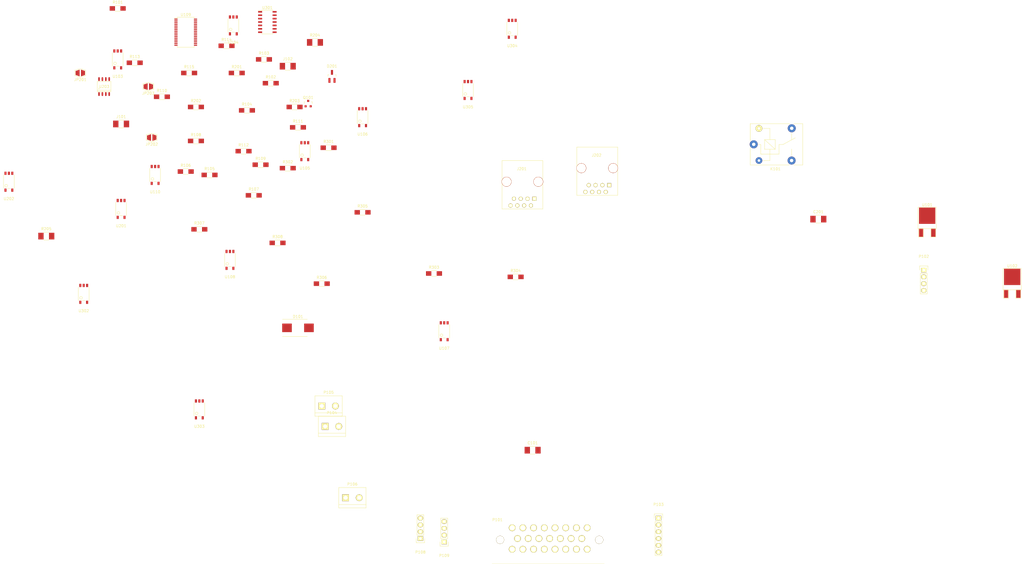
<source format=kicad_pcb>
(kicad_pcb (version 4) (host pcbnew 4.0.2+dfsg1-stable)

  (general
    (links 158)
    (no_connects 127)
    (area 0 0 0 0)
    (thickness 1.6)
    (drawings 0)
    (tracks 0)
    (zones 0)
    (modules 67)
    (nets 112)
  )

  (page A4)
  (layers
    (0 F.Cu signal)
    (31 B.Cu signal)
    (32 B.Adhes user)
    (33 F.Adhes user)
    (34 B.Paste user)
    (35 F.Paste user)
    (36 B.SilkS user)
    (37 F.SilkS user)
    (38 B.Mask user)
    (39 F.Mask user)
    (40 Dwgs.User user)
    (41 Cmts.User user)
    (42 Eco1.User user)
    (43 Eco2.User user)
    (44 Edge.Cuts user)
    (45 Margin user)
    (46 B.CrtYd user)
    (47 F.CrtYd user)
    (48 B.Fab user)
    (49 F.Fab user)
  )

  (setup
    (last_trace_width 0.25)
    (trace_clearance 0.2)
    (zone_clearance 0.508)
    (zone_45_only no)
    (trace_min 0.2)
    (segment_width 0.2)
    (edge_width 0.15)
    (via_size 0.6)
    (via_drill 0.4)
    (via_min_size 0.4)
    (via_min_drill 0.3)
    (uvia_size 0.3)
    (uvia_drill 0.1)
    (uvias_allowed no)
    (uvia_min_size 0.2)
    (uvia_min_drill 0.1)
    (pcb_text_width 0.3)
    (pcb_text_size 1.5 1.5)
    (mod_edge_width 0.15)
    (mod_text_size 1 1)
    (mod_text_width 0.15)
    (pad_size 1.524 1.524)
    (pad_drill 0.762)
    (pad_to_mask_clearance 0.2)
    (aux_axis_origin 0 0)
    (visible_elements FFFFFF7F)
    (pcbplotparams
      (layerselection 0x00030_80000001)
      (usegerberextensions false)
      (excludeedgelayer true)
      (linewidth 0.100000)
      (plotframeref false)
      (viasonmask false)
      (mode 1)
      (useauxorigin false)
      (hpglpennumber 1)
      (hpglpenspeed 20)
      (hpglpendiameter 15)
      (hpglpenoverlay 2)
      (psnegative false)
      (psa4output false)
      (plotreference true)
      (plotvalue true)
      (plotinvisibletext false)
      (padsonsilk false)
      (subtractmaskfromsilk false)
      (outputformat 1)
      (mirror false)
      (drillshape 1)
      (scaleselection 1)
      (outputdirectory ""))
  )

  (net 0 "")
  (net 1 /CANmodule/CAN_L)
  (net 2 /CANmodule/CAN_H)
  (net 3 /MOT_ON)
  (net 4 GND)
  (net 5 /CANmodule/CAN_TX)
  (net 6 +3V3)
  (net 7 /CANmodule/CAN_RX)
  (net 8 GNDA)
  (net 9 "Net-(C201-Pad2)")
  (net 10 "Net-(D101-Pad1)")
  (net 11 "Net-(J101-Pad1)")
  (net 12 +5VA)
  (net 13 "Net-(J201-Pad1)")
  (net 14 "Net-(J201-Pad2)")
  (net 15 "Net-(J201-Pad3)")
  (net 16 "Net-(J201-Pad6)")
  (net 17 +12V)
  (net 18 "Net-(J202-Pad1)")
  (net 19 "Net-(J202-Pad2)")
  (net 20 "Net-(J202-Pad3)")
  (net 21 "Net-(J202-Pad6)")
  (net 22 "Net-(JP201-Pad1)")
  (net 23 "Net-(JP202-Pad2)")
  (net 24 "Net-(JP203-Pad1)")
  (net 25 "Net-(K101-Pad3)")
  (net 26 "Net-(K101-Pad5)")
  (net 27 "Net-(K101-Pad1)")
  (net 28 /On/Off-Switch)
  (net 29 /Contactor+Common)
  (net 30 /Line-contactor-coil)
  (net 31 /Fan-contactor-coil)
  (net 32 /Reverse-contactor-coil)
  (net 33 /PotsSwitches/Motor_5V)
  (net 34 /PotsSwitches/AccelPot)
  (net 35 /USB-Programmer-Wires-TX)
  (net 36 /USB-Programmer-Wires-RX)
  (net 37 /PotsSwitches/BrakePot)
  (net 38 /PotsSwitches/Hybrid-Switch)
  (net 39 /PotsSwitches/Cruise-Switch)
  (net 40 /PotsSwitches/Brake-Switch)
  (net 41 /PotsSwitches/FWD/REV-Switch)
  (net 42 /Motor_CAN-H)
  (net 43 /Motor_CAN-L)
  (net 44 /Motor-sensor-A)
  (net 45 /Motor-sensor-B)
  (net 46 /Motor-sensor-C)
  (net 47 /Hall_Power)
  (net 48 /Hall_GND)
  (net 49 /Motor-temperature)
  (net 50 "Net-(Q101-Pad1)")
  (net 51 "Net-(R101-Pad1)")
  (net 52 "Net-(R102-Pad1)")
  (net 53 "Net-(R103-Pad1)")
  (net 54 "Net-(R104-Pad1)")
  (net 55 "Net-(R105-Pad1)")
  (net 56 "Net-(R106-Pad1)")
  (net 57 /Line-Cont)
  (net 58 "Net-(R107-Pad2)")
  (net 59 /Rev-Cont)
  (net 60 "Net-(R108-Pad2)")
  (net 61 /Fan_Cont)
  (net 62 "Net-(R109-Pad2)")
  (net 63 /HallA)
  (net 64 "Net-(R110-Pad2)")
  (net 65 /HallB)
  (net 66 "Net-(R111-Pad2)")
  (net 67 /HallC)
  (net 68 "Net-(R112-Pad2)")
  (net 69 "Net-(R114-Pad1)")
  (net 70 /Motor_Logic_On)
  (net 71 "Net-(R115-Pad2)")
  (net 72 "Net-(R201-Pad1)")
  (net 73 "Net-(R202-Pad1)")
  (net 74 "Net-(R202-Pad2)")
  (net 75 "Net-(R203-Pad2)")
  (net 76 "Net-(R301-Pad1)")
  (net 77 "Net-(R301-Pad2)")
  (net 78 /PotsSwitches/SCK)
  (net 79 "Net-(R302-Pad2)")
  (net 80 /PotsSwitches/MOSI)
  (net 81 "Net-(R303-Pad2)")
  (net 82 /PotsSwitches/DP-CS)
  (net 83 "Net-(R304-Pad2)")
  (net 84 "Net-(R305-Pad1)")
  (net 85 /PotsSwitches/Reverse)
  (net 86 "Net-(R306-Pad1)")
  (net 87 /PotsSwitches/Brake)
  (net 88 "Net-(R307-Pad1)")
  (net 89 /PotsSwitches/Cruise)
  (net 90 "Net-(R308-Pad1)")
  (net 91 /PotsSwitches/Hybrid)
  (net 92 "Net-(U109-Pad2)")
  (net 93 "Net-(U109-Pad3)")
  (net 94 "Net-(U109-Pad4)")
  (net 95 /PotsSwitches/MISO)
  (net 96 "Net-(U109-Pad16)")
  (net 97 "Net-(U109-Pad17)")
  (net 98 "Net-(U109-Pad18)")
  (net 99 "Net-(U109-Pad27)")
  (net 100 "Net-(U109-Pad28)")
  (net 101 "Net-(U109-Pad29)")
  (net 102 "Net-(U109-Pad30)")
  (net 103 "Net-(U109-Pad31)")
  (net 104 "Net-(U109-Pad32)")
  (net 105 "Net-(U202-Pad5)")
  (net 106 "Net-(U203-Pad5)")
  (net 107 "Net-(U301-Pad1)")
  (net 108 "Net-(U301-Pad2)")
  (net 109 "Net-(U301-Pad3)")
  (net 110 "Net-(U301-Pad11)")
  (net 111 "Net-(U301-Pad12)")

  (net_class Default "This is the default net class."
    (clearance 0.2)
    (trace_width 0.25)
    (via_dia 0.6)
    (via_drill 0.4)
    (uvia_dia 0.3)
    (uvia_drill 0.1)
    (add_net +12V)
    (add_net +3V3)
    (add_net +5VA)
    (add_net /CANmodule/CAN_H)
    (add_net /CANmodule/CAN_L)
    (add_net /CANmodule/CAN_RX)
    (add_net /CANmodule/CAN_TX)
    (add_net /Contactor+Common)
    (add_net /Fan-contactor-coil)
    (add_net /Fan_Cont)
    (add_net /HallA)
    (add_net /HallB)
    (add_net /HallC)
    (add_net /Hall_GND)
    (add_net /Hall_Power)
    (add_net /Line-Cont)
    (add_net /Line-contactor-coil)
    (add_net /MOT_ON)
    (add_net /Motor-sensor-A)
    (add_net /Motor-sensor-B)
    (add_net /Motor-sensor-C)
    (add_net /Motor-temperature)
    (add_net /Motor_CAN-H)
    (add_net /Motor_CAN-L)
    (add_net /Motor_Logic_On)
    (add_net /On/Off-Switch)
    (add_net /PotsSwitches/AccelPot)
    (add_net /PotsSwitches/Brake)
    (add_net /PotsSwitches/Brake-Switch)
    (add_net /PotsSwitches/BrakePot)
    (add_net /PotsSwitches/Cruise)
    (add_net /PotsSwitches/Cruise-Switch)
    (add_net /PotsSwitches/DP-CS)
    (add_net /PotsSwitches/FWD/REV-Switch)
    (add_net /PotsSwitches/Hybrid)
    (add_net /PotsSwitches/Hybrid-Switch)
    (add_net /PotsSwitches/MISO)
    (add_net /PotsSwitches/MOSI)
    (add_net /PotsSwitches/Motor_5V)
    (add_net /PotsSwitches/Reverse)
    (add_net /PotsSwitches/SCK)
    (add_net /Rev-Cont)
    (add_net /Reverse-contactor-coil)
    (add_net /USB-Programmer-Wires-RX)
    (add_net /USB-Programmer-Wires-TX)
    (add_net GND)
    (add_net GNDA)
    (add_net "Net-(C201-Pad2)")
    (add_net "Net-(D101-Pad1)")
    (add_net "Net-(J101-Pad1)")
    (add_net "Net-(J201-Pad1)")
    (add_net "Net-(J201-Pad2)")
    (add_net "Net-(J201-Pad3)")
    (add_net "Net-(J201-Pad6)")
    (add_net "Net-(J202-Pad1)")
    (add_net "Net-(J202-Pad2)")
    (add_net "Net-(J202-Pad3)")
    (add_net "Net-(J202-Pad6)")
    (add_net "Net-(JP201-Pad1)")
    (add_net "Net-(JP202-Pad2)")
    (add_net "Net-(JP203-Pad1)")
    (add_net "Net-(K101-Pad1)")
    (add_net "Net-(K101-Pad3)")
    (add_net "Net-(K101-Pad5)")
    (add_net "Net-(Q101-Pad1)")
    (add_net "Net-(R101-Pad1)")
    (add_net "Net-(R102-Pad1)")
    (add_net "Net-(R103-Pad1)")
    (add_net "Net-(R104-Pad1)")
    (add_net "Net-(R105-Pad1)")
    (add_net "Net-(R106-Pad1)")
    (add_net "Net-(R107-Pad2)")
    (add_net "Net-(R108-Pad2)")
    (add_net "Net-(R109-Pad2)")
    (add_net "Net-(R110-Pad2)")
    (add_net "Net-(R111-Pad2)")
    (add_net "Net-(R112-Pad2)")
    (add_net "Net-(R114-Pad1)")
    (add_net "Net-(R115-Pad2)")
    (add_net "Net-(R201-Pad1)")
    (add_net "Net-(R202-Pad1)")
    (add_net "Net-(R202-Pad2)")
    (add_net "Net-(R203-Pad2)")
    (add_net "Net-(R301-Pad1)")
    (add_net "Net-(R301-Pad2)")
    (add_net "Net-(R302-Pad2)")
    (add_net "Net-(R303-Pad2)")
    (add_net "Net-(R304-Pad2)")
    (add_net "Net-(R305-Pad1)")
    (add_net "Net-(R306-Pad1)")
    (add_net "Net-(R307-Pad1)")
    (add_net "Net-(R308-Pad1)")
    (add_net "Net-(U109-Pad16)")
    (add_net "Net-(U109-Pad17)")
    (add_net "Net-(U109-Pad18)")
    (add_net "Net-(U109-Pad2)")
    (add_net "Net-(U109-Pad27)")
    (add_net "Net-(U109-Pad28)")
    (add_net "Net-(U109-Pad29)")
    (add_net "Net-(U109-Pad3)")
    (add_net "Net-(U109-Pad30)")
    (add_net "Net-(U109-Pad31)")
    (add_net "Net-(U109-Pad32)")
    (add_net "Net-(U109-Pad4)")
    (add_net "Net-(U202-Pad5)")
    (add_net "Net-(U203-Pad5)")
    (add_net "Net-(U301-Pad1)")
    (add_net "Net-(U301-Pad11)")
    (add_net "Net-(U301-Pad12)")
    (add_net "Net-(U301-Pad2)")
    (add_net "Net-(U301-Pad3)")
  )

  (module Capacitors_SMD:C_1210_HandSoldering (layer F.Cu) (tedit 541A9C39) (tstamp 582A8689)
    (at 120.65 135.89)
    (descr "Capacitor SMD 1210, hand soldering")
    (tags "capacitor 1210")
    (path /582E6FED)
    (attr smd)
    (fp_text reference C101 (at 0 -2.7) (layer F.SilkS)
      (effects (font (size 1 1) (thickness 0.15)))
    )
    (fp_text value C (at 0 2.7) (layer F.Fab)
      (effects (font (size 1 1) (thickness 0.15)))
    )
    (fp_line (start -3.3 -1.6) (end 3.3 -1.6) (layer F.CrtYd) (width 0.05))
    (fp_line (start -3.3 1.6) (end 3.3 1.6) (layer F.CrtYd) (width 0.05))
    (fp_line (start -3.3 -1.6) (end -3.3 1.6) (layer F.CrtYd) (width 0.05))
    (fp_line (start 3.3 -1.6) (end 3.3 1.6) (layer F.CrtYd) (width 0.05))
    (fp_line (start 1 -1.475) (end -1 -1.475) (layer F.SilkS) (width 0.15))
    (fp_line (start -1 1.475) (end 1 1.475) (layer F.SilkS) (width 0.15))
    (pad 1 smd rect (at -2 0) (size 2 2.5) (layers F.Cu F.Paste F.Mask)
      (net 6 +3V3))
    (pad 2 smd rect (at 2 0) (size 2 2.5) (layers F.Cu F.Paste F.Mask)
      (net 4 GND))
    (model Capacitors_SMD.3dshapes/C_1210_HandSoldering.wrl
      (at (xyz 0 0 0))
      (scale (xyz 1 1 1))
      (rotate (xyz 0 0 0))
    )
  )

  (module Capacitors_SMD:C_1210_HandSoldering (layer F.Cu) (tedit 541A9C39) (tstamp 582A868F)
    (at 227.33 49.53)
    (descr "Capacitor SMD 1210, hand soldering")
    (tags "capacitor 1210")
    (path /57FCAC7A/57FCAEE9)
    (attr smd)
    (fp_text reference C201 (at 0 -2.7) (layer F.SilkS)
      (effects (font (size 1 1) (thickness 0.15)))
    )
    (fp_text value 4.7nF (at 0 2.7) (layer F.Fab)
      (effects (font (size 1 1) (thickness 0.15)))
    )
    (fp_line (start -3.3 -1.6) (end 3.3 -1.6) (layer F.CrtYd) (width 0.05))
    (fp_line (start -3.3 1.6) (end 3.3 1.6) (layer F.CrtYd) (width 0.05))
    (fp_line (start -3.3 -1.6) (end -3.3 1.6) (layer F.CrtYd) (width 0.05))
    (fp_line (start 3.3 -1.6) (end 3.3 1.6) (layer F.CrtYd) (width 0.05))
    (fp_line (start 1 -1.475) (end -1 -1.475) (layer F.SilkS) (width 0.15))
    (fp_line (start -1 1.475) (end 1 1.475) (layer F.SilkS) (width 0.15))
    (pad 1 smd rect (at -2 0) (size 2 2.5) (layers F.Cu F.Paste F.Mask)
      (net 8 GNDA))
    (pad 2 smd rect (at 2 0) (size 2 2.5) (layers F.Cu F.Paste F.Mask)
      (net 9 "Net-(C201-Pad2)"))
    (model Capacitors_SMD.3dshapes/C_1210_HandSoldering.wrl
      (at (xyz 0 0 0))
      (scale (xyz 1 1 1))
      (rotate (xyz 0 0 0))
    )
  )

  (module Diodes_SMD:DO-214AB_Handsoldering (layer F.Cu) (tedit 55429DAE) (tstamp 582A8695)
    (at 33.02 90.17)
    (descr "Jedec DO-214AB diode package. Designed according to Fairchild SS32 datasheet.")
    (tags "DO-214AB diode Handsoldering")
    (path /582A630A)
    (attr smd)
    (fp_text reference D101 (at 0 -4.2) (layer F.SilkS)
      (effects (font (size 1 1) (thickness 0.15)))
    )
    (fp_text value D (at 0 4.6) (layer F.Fab)
      (effects (font (size 1 1) (thickness 0.15)))
    )
    (fp_line (start -6.15 -3.45) (end 6.15 -3.45) (layer F.CrtYd) (width 0.05))
    (fp_line (start 6.15 -3.45) (end 6.15 3.45) (layer F.CrtYd) (width 0.05))
    (fp_line (start 6.15 3.45) (end -6.15 3.45) (layer F.CrtYd) (width 0.05))
    (fp_line (start -6.15 3.45) (end -6.15 -3.45) (layer F.CrtYd) (width 0.05))
    (fp_line (start 3.5 3.2) (end -5.8 3.2) (layer F.SilkS) (width 0.15))
    (fp_line (start -5.8 -3.2) (end 3.5 -3.2) (layer F.SilkS) (width 0.15))
    (pad 2 smd rect (at 4.1 0) (size 3.6 3.2) (layers F.Cu F.Paste F.Mask)
      (net 4 GND))
    (pad 1 smd rect (at -4.1 0) (size 3.6 3.2) (layers F.Cu F.Paste F.Mask)
      (net 10 "Net-(D101-Pad1)"))
    (model Diodes_SMD.3dshapes/DO-214AB_Handsoldering.wrl
      (at (xyz 0 0 0))
      (scale (xyz 0.39 0.39 0.39))
      (rotate (xyz 0 0 180))
    )
  )

  (module TO_SOT_Packages_SMD:SOT-23_Handsoldering (layer F.Cu) (tedit 54E9291B) (tstamp 582A869C)
    (at 45.72 -3.81)
    (descr "SOT-23, Handsoldering")
    (tags SOT-23)
    (path /57FCAC7A/57FCAEFA)
    (attr smd)
    (fp_text reference D201 (at 0 -3.81) (layer F.SilkS)
      (effects (font (size 1 1) (thickness 0.15)))
    )
    (fp_text value PESD1CAN (at 0 3.81) (layer F.Fab)
      (effects (font (size 1 1) (thickness 0.15)))
    )
    (fp_line (start -1.49982 0.0508) (end -1.49982 -0.65024) (layer F.SilkS) (width 0.15))
    (fp_line (start -1.49982 -0.65024) (end -1.2509 -0.65024) (layer F.SilkS) (width 0.15))
    (fp_line (start 1.29916 -0.65024) (end 1.49982 -0.65024) (layer F.SilkS) (width 0.15))
    (fp_line (start 1.49982 -0.65024) (end 1.49982 0.0508) (layer F.SilkS) (width 0.15))
    (pad 1 smd rect (at -0.95 1.50114) (size 0.8001 1.80086) (layers F.Cu F.Paste F.Mask)
      (net 1 /CANmodule/CAN_L))
    (pad 2 smd rect (at 0.95 1.50114) (size 0.8001 1.80086) (layers F.Cu F.Paste F.Mask)
      (net 2 /CANmodule/CAN_H))
    (pad 3 smd rect (at 0 -1.50114) (size 0.8001 1.80086) (layers F.Cu F.Paste F.Mask)
      (net 8 GNDA))
    (model TO_SOT_Packages_SMD.3dshapes/SOT-23_Handsoldering.wrl
      (at (xyz 0 0 0))
      (scale (xyz 1 1 1))
      (rotate (xyz 0 0 0))
    )
  )

  (module Resistors_SMD:R_1210_HandSoldering (layer F.Cu) (tedit 5418A32D) (tstamp 582A86A2)
    (at -33.02 13.97)
    (descr "Resistor SMD 1210, hand soldering")
    (tags "resistor 1210")
    (path /582E3ABC)
    (attr smd)
    (fp_text reference J101 (at 0 -2.7) (layer F.SilkS)
      (effects (font (size 1 1) (thickness 0.15)))
    )
    (fp_text value 0 (at 0 2.7) (layer F.Fab)
      (effects (font (size 1 1) (thickness 0.15)))
    )
    (fp_line (start -3.3 -1.6) (end 3.3 -1.6) (layer F.CrtYd) (width 0.05))
    (fp_line (start -3.3 1.6) (end 3.3 1.6) (layer F.CrtYd) (width 0.05))
    (fp_line (start -3.3 -1.6) (end -3.3 1.6) (layer F.CrtYd) (width 0.05))
    (fp_line (start 3.3 -1.6) (end 3.3 1.6) (layer F.CrtYd) (width 0.05))
    (fp_line (start 1 1.475) (end -1 1.475) (layer F.SilkS) (width 0.15))
    (fp_line (start -1 -1.475) (end 1 -1.475) (layer F.SilkS) (width 0.15))
    (pad 1 smd rect (at -2 0) (size 2 2.5) (layers F.Cu F.Paste F.Mask)
      (net 11 "Net-(J101-Pad1)"))
    (pad 2 smd rect (at 2 0) (size 2 2.5) (layers F.Cu F.Paste F.Mask)
      (net 12 +5VA))
    (model Resistors_SMD.3dshapes/R_1210_HandSoldering.wrl
      (at (xyz 0 0 0))
      (scale (xyz 1 1 1))
      (rotate (xyz 0 0 0))
    )
  )

  (module Resistors_SMD:R_1210_HandSoldering (layer F.Cu) (tedit 5418A32D) (tstamp 582A86A8)
    (at 29.21 -7.62)
    (descr "Resistor SMD 1210, hand soldering")
    (tags "resistor 1210")
    (path /582E2CCD)
    (attr smd)
    (fp_text reference J102 (at 0 -2.7) (layer F.SilkS)
      (effects (font (size 1 1) (thickness 0.15)))
    )
    (fp_text value 0 (at 0 2.7) (layer F.Fab)
      (effects (font (size 1 1) (thickness 0.15)))
    )
    (fp_line (start -3.3 -1.6) (end 3.3 -1.6) (layer F.CrtYd) (width 0.05))
    (fp_line (start -3.3 1.6) (end 3.3 1.6) (layer F.CrtYd) (width 0.05))
    (fp_line (start -3.3 -1.6) (end -3.3 1.6) (layer F.CrtYd) (width 0.05))
    (fp_line (start 3.3 -1.6) (end 3.3 1.6) (layer F.CrtYd) (width 0.05))
    (fp_line (start 1 1.475) (end -1 1.475) (layer F.SilkS) (width 0.15))
    (fp_line (start -1 -1.475) (end 1 -1.475) (layer F.SilkS) (width 0.15))
    (pad 1 smd rect (at -2 0) (size 2 2.5) (layers F.Cu F.Paste F.Mask)
      (net 4 GND))
    (pad 2 smd rect (at 2 0) (size 2 2.5) (layers F.Cu F.Paste F.Mask)
      (net 8 GNDA))
    (model Resistors_SMD.3dshapes/R_1210_HandSoldering.wrl
      (at (xyz 0 0 0))
      (scale (xyz 1 1 1))
      (rotate (xyz 0 0 0))
    )
  )

  (module Connect:RJ45_8 (layer F.Cu) (tedit 0) (tstamp 582A86B6)
    (at 116.84 35.56 180)
    (tags RJ45)
    (path /57FCAC7A/582DC5CA)
    (fp_text reference J201 (at 0.254 4.826 180) (layer F.SilkS)
      (effects (font (size 1 1) (thickness 0.15)))
    )
    (fp_text value RJ45 (at 0.14224 -0.1016 180) (layer F.Fab)
      (effects (font (size 1 1) (thickness 0.15)))
    )
    (fp_line (start -7.62 7.874) (end 7.62 7.874) (layer F.SilkS) (width 0.15))
    (fp_line (start 7.62 7.874) (end 7.62 -10.16) (layer F.SilkS) (width 0.15))
    (fp_line (start 7.62 -10.16) (end -7.62 -10.16) (layer F.SilkS) (width 0.15))
    (fp_line (start -7.62 -10.16) (end -7.62 7.874) (layer F.SilkS) (width 0.15))
    (pad Hole np_thru_hole circle (at 5.93852 0 180) (size 3.64998 3.64998) (drill 3.2512) (layers *.Cu *.SilkS *.Mask))
    (pad Hole np_thru_hole circle (at -5.9309 0 180) (size 3.64998 3.64998) (drill 3.2512) (layers *.Cu *.SilkS *.Mask))
    (pad 1 thru_hole rect (at -4.445 -6.35 180) (size 1.50114 1.50114) (drill 0.89916) (layers *.Cu *.Mask F.SilkS)
      (net 13 "Net-(J201-Pad1)"))
    (pad 2 thru_hole circle (at -3.175 -8.89 180) (size 1.50114 1.50114) (drill 0.89916) (layers *.Cu *.Mask F.SilkS)
      (net 14 "Net-(J201-Pad2)"))
    (pad 3 thru_hole circle (at -1.905 -6.35 180) (size 1.50114 1.50114) (drill 0.89916) (layers *.Cu *.Mask F.SilkS)
      (net 15 "Net-(J201-Pad3)"))
    (pad 4 thru_hole circle (at -0.635 -8.89 180) (size 1.50114 1.50114) (drill 0.89916) (layers *.Cu *.Mask F.SilkS)
      (net 2 /CANmodule/CAN_H))
    (pad 5 thru_hole circle (at 0.635 -6.35 180) (size 1.50114 1.50114) (drill 0.89916) (layers *.Cu *.Mask F.SilkS)
      (net 1 /CANmodule/CAN_L))
    (pad 6 thru_hole circle (at 1.905 -8.89 180) (size 1.50114 1.50114) (drill 0.89916) (layers *.Cu *.Mask F.SilkS)
      (net 16 "Net-(J201-Pad6)"))
    (pad 7 thru_hole circle (at 3.175 -6.35 180) (size 1.50114 1.50114) (drill 0.89916) (layers *.Cu *.Mask F.SilkS)
      (net 17 +12V))
    (pad 8 thru_hole circle (at 4.445 -8.89 180) (size 1.50114 1.50114) (drill 0.89916) (layers *.Cu *.Mask F.SilkS)
      (net 8 GNDA))
    (model Connect.3dshapes/RJ45_8.wrl
      (at (xyz 0 0 0))
      (scale (xyz 0.4 0.4 0.4))
      (rotate (xyz 0 0 0))
    )
  )

  (module Connect:RJ45_8 (layer F.Cu) (tedit 0) (tstamp 582A86C4)
    (at 144.78 30.48 180)
    (tags RJ45)
    (path /57FCAC7A/582DA582)
    (fp_text reference J202 (at 0.254 4.826 180) (layer F.SilkS)
      (effects (font (size 1 1) (thickness 0.15)))
    )
    (fp_text value RJ45 (at 0.14224 -0.1016 180) (layer F.Fab)
      (effects (font (size 1 1) (thickness 0.15)))
    )
    (fp_line (start -7.62 7.874) (end 7.62 7.874) (layer F.SilkS) (width 0.15))
    (fp_line (start 7.62 7.874) (end 7.62 -10.16) (layer F.SilkS) (width 0.15))
    (fp_line (start 7.62 -10.16) (end -7.62 -10.16) (layer F.SilkS) (width 0.15))
    (fp_line (start -7.62 -10.16) (end -7.62 7.874) (layer F.SilkS) (width 0.15))
    (pad Hole np_thru_hole circle (at 5.93852 0 180) (size 3.64998 3.64998) (drill 3.2512) (layers *.Cu *.SilkS *.Mask))
    (pad Hole np_thru_hole circle (at -5.9309 0 180) (size 3.64998 3.64998) (drill 3.2512) (layers *.Cu *.SilkS *.Mask))
    (pad 1 thru_hole rect (at -4.445 -6.35 180) (size 1.50114 1.50114) (drill 0.89916) (layers *.Cu *.Mask F.SilkS)
      (net 18 "Net-(J202-Pad1)"))
    (pad 2 thru_hole circle (at -3.175 -8.89 180) (size 1.50114 1.50114) (drill 0.89916) (layers *.Cu *.Mask F.SilkS)
      (net 19 "Net-(J202-Pad2)"))
    (pad 3 thru_hole circle (at -1.905 -6.35 180) (size 1.50114 1.50114) (drill 0.89916) (layers *.Cu *.Mask F.SilkS)
      (net 20 "Net-(J202-Pad3)"))
    (pad 4 thru_hole circle (at -0.635 -8.89 180) (size 1.50114 1.50114) (drill 0.89916) (layers *.Cu *.Mask F.SilkS)
      (net 2 /CANmodule/CAN_H))
    (pad 5 thru_hole circle (at 0.635 -6.35 180) (size 1.50114 1.50114) (drill 0.89916) (layers *.Cu *.Mask F.SilkS)
      (net 1 /CANmodule/CAN_L))
    (pad 6 thru_hole circle (at 1.905 -8.89 180) (size 1.50114 1.50114) (drill 0.89916) (layers *.Cu *.Mask F.SilkS)
      (net 21 "Net-(J202-Pad6)"))
    (pad 7 thru_hole circle (at 3.175 -6.35 180) (size 1.50114 1.50114) (drill 0.89916) (layers *.Cu *.Mask F.SilkS)
      (net 17 +12V))
    (pad 8 thru_hole circle (at 4.445 -8.89 180) (size 1.50114 1.50114) (drill 0.89916) (layers *.Cu *.Mask F.SilkS)
      (net 8 GNDA))
    (model Connect.3dshapes/RJ45_8.wrl
      (at (xyz 0 0 0))
      (scale (xyz 0.4 0.4 0.4))
      (rotate (xyz 0 0 0))
    )
  )

  (module electric_car_lib:JumperSingle (layer F.Cu) (tedit 56EF7EDC) (tstamp 582A86CA)
    (at -48.26 -5.08)
    (path /57FCAC7A/57FCAEF3)
    (fp_text reference JP201 (at 0 2.5) (layer F.SilkS)
      (effects (font (size 1 1) (thickness 0.15)))
    )
    (fp_text value Terminate (at 0 -2.5) (layer F.Fab)
      (effects (font (size 1 1) (thickness 0.15)))
    )
    (fp_line (start -0.5 -1.5) (end 0.5 -1.5) (layer F.SilkS) (width 0.15))
    (fp_line (start 0.5 -1.5) (end 2 -1) (layer F.SilkS) (width 0.15))
    (fp_line (start 2 -1) (end 2 1) (layer F.SilkS) (width 0.15))
    (fp_line (start 2 1) (end 0.5 1.5) (layer F.SilkS) (width 0.15))
    (fp_line (start 0.5 1.5) (end -0.5 1.5) (layer F.SilkS) (width 0.15))
    (fp_line (start -0.5 1.5) (end -2 1) (layer F.SilkS) (width 0.15))
    (fp_line (start -2 1) (end -2 -1) (layer F.SilkS) (width 0.15))
    (fp_line (start -2 -1) (end -0.5 -1.5) (layer F.SilkS) (width 0.15))
    (pad 1 smd trapezoid (at -1 0) (size 1.5 2) (rect_delta -0.5 0 ) (layers F.Cu F.Paste F.Mask)
      (net 22 "Net-(JP201-Pad1)"))
    (pad 2 smd trapezoid (at 1 0) (size 1.5 2) (rect_delta 0.5 0 ) (layers F.Cu F.Paste F.Mask)
      (net 1 /CANmodule/CAN_L))
  )

  (module electric_car_lib:JumperSingle (layer F.Cu) (tedit 56EF7EDC) (tstamp 582A86D0)
    (at -21.59 19.05)
    (path /57FCAC7A/57FCAEF4)
    (fp_text reference JP202 (at 0 2.5) (layer F.SilkS)
      (effects (font (size 1 1) (thickness 0.15)))
    )
    (fp_text value Terminate (at 0 -2.5) (layer F.Fab)
      (effects (font (size 1 1) (thickness 0.15)))
    )
    (fp_line (start -0.5 -1.5) (end 0.5 -1.5) (layer F.SilkS) (width 0.15))
    (fp_line (start 0.5 -1.5) (end 2 -1) (layer F.SilkS) (width 0.15))
    (fp_line (start 2 -1) (end 2 1) (layer F.SilkS) (width 0.15))
    (fp_line (start 2 1) (end 0.5 1.5) (layer F.SilkS) (width 0.15))
    (fp_line (start 0.5 1.5) (end -0.5 1.5) (layer F.SilkS) (width 0.15))
    (fp_line (start -0.5 1.5) (end -2 1) (layer F.SilkS) (width 0.15))
    (fp_line (start -2 1) (end -2 -1) (layer F.SilkS) (width 0.15))
    (fp_line (start -2 -1) (end -0.5 -1.5) (layer F.SilkS) (width 0.15))
    (pad 1 smd trapezoid (at -1 0) (size 1.5 2) (rect_delta -0.5 0 ) (layers F.Cu F.Paste F.Mask)
      (net 2 /CANmodule/CAN_H))
    (pad 2 smd trapezoid (at 1 0) (size 1.5 2) (rect_delta 0.5 0 ) (layers F.Cu F.Paste F.Mask)
      (net 23 "Net-(JP202-Pad2)"))
  )

  (module electric_car_lib:JumperSingle (layer F.Cu) (tedit 56EF7EDC) (tstamp 582A86D6)
    (at -22.86 0)
    (path /57FCAC7A/57FCAEF5)
    (fp_text reference JP203 (at 0 2.5) (layer F.SilkS)
      (effects (font (size 1 1) (thickness 0.15)))
    )
    (fp_text value Filter (at 0 -2.5) (layer F.Fab)
      (effects (font (size 1 1) (thickness 0.15)))
    )
    (fp_line (start -0.5 -1.5) (end 0.5 -1.5) (layer F.SilkS) (width 0.15))
    (fp_line (start 0.5 -1.5) (end 2 -1) (layer F.SilkS) (width 0.15))
    (fp_line (start 2 -1) (end 2 1) (layer F.SilkS) (width 0.15))
    (fp_line (start 2 1) (end 0.5 1.5) (layer F.SilkS) (width 0.15))
    (fp_line (start 0.5 1.5) (end -0.5 1.5) (layer F.SilkS) (width 0.15))
    (fp_line (start -0.5 1.5) (end -2 1) (layer F.SilkS) (width 0.15))
    (fp_line (start -2 1) (end -2 -1) (layer F.SilkS) (width 0.15))
    (fp_line (start -2 -1) (end -0.5 -1.5) (layer F.SilkS) (width 0.15))
    (pad 1 smd trapezoid (at -1 0) (size 1.5 2) (rect_delta -0.5 0 ) (layers F.Cu F.Paste F.Mask)
      (net 24 "Net-(JP203-Pad1)"))
    (pad 2 smd trapezoid (at 1 0) (size 1.5 2) (rect_delta 0.5 0 ) (layers F.Cu F.Paste F.Mask)
      (net 9 "Net-(C201-Pad2)"))
  )

  (module Relays_ThroughHole:Relay_SANYOU_SRD_Series_Form_C (layer F.Cu) (tedit 5418D3EA) (tstamp 582A86DF)
    (at 203.2 21.59)
    (descr "relay, Sanyou SRD series Form C")
    (path /57FCBA72)
    (fp_text reference K101 (at 8.1 9.2) (layer F.SilkS)
      (effects (font (size 1 1) (thickness 0.15)))
    )
    (fp_text value RELAY_2RT (at 8 -9.6) (layer F.Fab)
      (effects (font (size 1 1) (thickness 0.15)))
    )
    (fp_line (start 15 7.7) (end 18.3 7.7) (layer F.SilkS) (width 0.15))
    (fp_line (start 18.3 7.7) (end 18.3 -7.7) (layer F.SilkS) (width 0.15))
    (fp_line (start 18.3 -7.7) (end 14.95 -7.7) (layer F.SilkS) (width 0.15))
    (fp_line (start -1.3 1.35) (end -1.3 7.7) (layer F.SilkS) (width 0.15))
    (fp_line (start -1.3 7.7) (end 13.25 7.7) (layer F.SilkS) (width 0.15))
    (fp_line (start -1.3 -1.4) (end -1.3 -7.7) (layer F.SilkS) (width 0.15))
    (fp_line (start -1.3 -7.7) (end 13.45 -7.7) (layer F.SilkS) (width 0.15))
    (fp_line (start -1.3 -7.65) (end -1.3 -1.4) (layer F.SilkS) (width 0.15))
    (fp_line (start 14.15 4.2) (end 14.15 1.75) (layer F.SilkS) (width 0.15))
    (fp_line (start 14.15 -4.2) (end 14.15 -1.7) (layer F.SilkS) (width 0.15))
    (fp_line (start 3.55 6.05) (end 6.05 6.05) (layer F.SilkS) (width 0.15))
    (fp_line (start 2.65 0.05) (end 1.85 0.05) (layer F.SilkS) (width 0.15))
    (fp_line (start 6.05 -5.95) (end 3.55 -5.95) (layer F.SilkS) (width 0.15))
    (fp_line (start 9.45 0.05) (end 10.95 0.05) (layer F.SilkS) (width 0.15))
    (fp_line (start 10.95 0.05) (end 15.55 -2.45) (layer F.SilkS) (width 0.15))
    (fp_line (start 9.45 3.65) (end 2.65 3.65) (layer F.SilkS) (width 0.15))
    (fp_line (start 9.45 0.05) (end 9.45 3.65) (layer F.SilkS) (width 0.15))
    (fp_line (start 2.65 0.05) (end 2.65 3.65) (layer F.SilkS) (width 0.15))
    (fp_line (start 6.05 -5.95) (end 6.05 -1.75) (layer F.SilkS) (width 0.15))
    (fp_line (start 6.05 1.85) (end 6.05 6.05) (layer F.SilkS) (width 0.15))
    (fp_line (start 8.05 1.85) (end 4.05 -1.75) (layer F.SilkS) (width 0.15))
    (fp_line (start 4.05 1.85) (end 4.05 -1.75) (layer F.SilkS) (width 0.15))
    (fp_line (start 4.05 -1.75) (end 8.05 -1.75) (layer F.SilkS) (width 0.15))
    (fp_line (start 8.05 -1.75) (end 8.05 1.85) (layer F.SilkS) (width 0.15))
    (fp_line (start 8.05 1.85) (end 4.05 1.85) (layer F.SilkS) (width 0.15))
    (pad 2 thru_hole circle (at 1.95 6.05 90) (size 2.5 2.5) (drill 1) (layers *.Cu *.Mask))
    (pad 3 thru_hole circle (at 14.15 6.05 90) (size 3 3) (drill 1.3) (layers *.Cu *.Mask)
      (net 25 "Net-(K101-Pad3)"))
    (pad 4 thru_hole circle (at 14.2 -6 90) (size 3 3) (drill 1.3) (layers *.Cu *.Mask))
    (pad 5 thru_hole circle (at 1.95 -5.95 90) (size 2.5 2.5) (drill 1) (layers *.Cu *.Mask F.SilkS)
      (net 26 "Net-(K101-Pad5)"))
    (pad 1 thru_hole circle (at 0 0 90) (size 3 3) (drill 1.3) (layers *.Cu *.Mask)
      (net 27 "Net-(K101-Pad1)"))
    (model Relays_ThroughHole.3dshapes/Relay_SANYOU_SRD_Series_Form_C.wrl
      (at (xyz 0 0 0))
      (scale (xyz 1 1 1))
      (rotate (xyz 0 0 0))
    )
  )

  (module electric_car_lib:TE_23_pins_776087-1_connector (layer F.Cu) (tedit 5805D20E) (tstamp 582A86FC)
    (at 127 168.91)
    (path /580EFC17)
    (fp_text reference P101 (at -19.5 -7) (layer F.SilkS)
      (effects (font (size 1 1) (thickness 0.15)))
    )
    (fp_text value "TE-23pins connector" (at 0.5 -7) (layer F.Fab)
      (effects (font (size 1 1) (thickness 0.15)))
    )
    (fp_line (start -21.51 9.51) (end 20.4 9.51) (layer F.SilkS) (width 0.15))
    (pad 1 thru_hole circle (at -14 -4) (size 2.5 2.5) (drill 1.75) (layers *.Cu *.Mask F.SilkS)
      (net 28 /On/Off-Switch))
    (pad 2 thru_hole circle (at -10 -4) (size 2.5 2.5) (drill 1.75) (layers *.Cu *.Mask F.SilkS)
      (net 29 /Contactor+Common))
    (pad 3 thru_hole circle (at -6 -4) (size 2.5 2.5) (drill 1.75) (layers *.Cu *.Mask F.SilkS)
      (net 30 /Line-contactor-coil))
    (pad 4 thru_hole circle (at -2 -4) (size 2.5 2.5) (drill 1.75) (layers *.Cu *.Mask F.SilkS)
      (net 31 /Fan-contactor-coil))
    (pad 5 thru_hole circle (at 2 -4) (size 2.5 2.5) (drill 1.75) (layers *.Cu *.Mask F.SilkS)
      (net 32 /Reverse-contactor-coil))
    (pad 6 thru_hole circle (at 6 -4) (size 2.5 2.5) (drill 1.75) (layers *.Cu *.Mask F.SilkS)
      (net 33 /PotsSwitches/Motor_5V))
    (pad 7 thru_hole circle (at 10 -4) (size 2.5 2.5) (drill 1.75) (layers *.Cu *.Mask F.SilkS)
      (net 34 /PotsSwitches/AccelPot))
    (pad 8 thru_hole circle (at 14 -4) (size 2.5 2.5) (drill 1.75) (layers *.Cu *.Mask F.SilkS)
      (net 4 GND))
    (pad 15 thru_hole circle (at 12 0) (size 2.5 2.5) (drill 1.75) (layers *.Cu *.Mask F.SilkS)
      (net 35 /USB-Programmer-Wires-TX))
    (pad 14 thru_hole circle (at 8 0) (size 2.5 2.5) (drill 1.75) (layers *.Cu *.Mask F.SilkS)
      (net 36 /USB-Programmer-Wires-RX))
    (pad 13 thru_hole circle (at 4 0) (size 2.5 2.5) (drill 1.75) (layers *.Cu *.Mask F.SilkS)
      (net 37 /PotsSwitches/BrakePot))
    (pad 12 thru_hole circle (at 0 0) (size 2.5 2.5) (drill 1.75) (layers *.Cu *.Mask F.SilkS)
      (net 38 /PotsSwitches/Hybrid-Switch))
    (pad 11 thru_hole circle (at -4 0) (size 2.5 2.5) (drill 1.75) (layers *.Cu *.Mask F.SilkS)
      (net 39 /PotsSwitches/Cruise-Switch))
    (pad 10 thru_hole circle (at -8 0) (size 2.5 2.5) (drill 1.75) (layers *.Cu *.Mask F.SilkS)
      (net 40 /PotsSwitches/Brake-Switch))
    (pad 9 thru_hole circle (at -12 0) (size 2.5 2.5) (drill 1.75) (layers *.Cu *.Mask F.SilkS)
      (net 41 /PotsSwitches/FWD/REV-Switch))
    (pad 16 thru_hole circle (at -14 4) (size 2.5 2.5) (drill 1.75) (layers *.Cu *.Mask F.SilkS)
      (net 42 /Motor_CAN-H))
    (pad 17 thru_hole circle (at -10 4) (size 2.5 2.5) (drill 1.75) (layers *.Cu *.Mask F.SilkS)
      (net 43 /Motor_CAN-L))
    (pad 18 thru_hole circle (at -6 4) (size 2.5 2.5) (drill 1.75) (layers *.Cu *.Mask F.SilkS)
      (net 44 /Motor-sensor-A))
    (pad 19 thru_hole circle (at -2 4) (size 2.5 2.5) (drill 1.75) (layers *.Cu *.Mask F.SilkS)
      (net 45 /Motor-sensor-B))
    (pad 20 thru_hole circle (at 2 4) (size 2.5 2.5) (drill 1.75) (layers *.Cu *.Mask F.SilkS)
      (net 46 /Motor-sensor-C))
    (pad 21 thru_hole circle (at 6 4) (size 2.5 2.5) (drill 1.75) (layers *.Cu *.Mask F.SilkS)
      (net 47 /Hall_Power))
    (pad 22 thru_hole circle (at 10 4) (size 2.5 2.5) (drill 1.75) (layers *.Cu *.Mask F.SilkS)
      (net 48 /Hall_GND))
    (pad 23 thru_hole circle (at 14 4) (size 2.5 2.5) (drill 1.75) (layers *.Cu *.Mask F.SilkS)
      (net 49 /Motor-temperature))
    (pad "" np_thru_hole circle (at -18.5 0.5) (size 3 3) (drill 2.85) (layers *.Cu *.Mask F.SilkS))
    (pad "" np_thru_hole circle (at 18.5 0.5) (size 3 3) (drill 2.85) (layers *.Cu *.Mask F.SilkS))
  )

  (module Pin_Headers:Pin_Header_Straight_1x04 (layer F.Cu) (tedit 0) (tstamp 582A8704)
    (at 266.7 68.58)
    (descr "Through hole pin header")
    (tags "pin header")
    (path /582E45B2)
    (fp_text reference P102 (at 0 -5.1) (layer F.SilkS)
      (effects (font (size 1 1) (thickness 0.15)))
    )
    (fp_text value PSU_ISO (at 0 -3.1) (layer F.Fab)
      (effects (font (size 1 1) (thickness 0.15)))
    )
    (fp_line (start -1.75 -1.75) (end -1.75 9.4) (layer F.CrtYd) (width 0.05))
    (fp_line (start 1.75 -1.75) (end 1.75 9.4) (layer F.CrtYd) (width 0.05))
    (fp_line (start -1.75 -1.75) (end 1.75 -1.75) (layer F.CrtYd) (width 0.05))
    (fp_line (start -1.75 9.4) (end 1.75 9.4) (layer F.CrtYd) (width 0.05))
    (fp_line (start -1.27 1.27) (end -1.27 8.89) (layer F.SilkS) (width 0.15))
    (fp_line (start 1.27 1.27) (end 1.27 8.89) (layer F.SilkS) (width 0.15))
    (fp_line (start 1.55 -1.55) (end 1.55 0) (layer F.SilkS) (width 0.15))
    (fp_line (start -1.27 8.89) (end 1.27 8.89) (layer F.SilkS) (width 0.15))
    (fp_line (start 1.27 1.27) (end -1.27 1.27) (layer F.SilkS) (width 0.15))
    (fp_line (start -1.55 0) (end -1.55 -1.55) (layer F.SilkS) (width 0.15))
    (fp_line (start -1.55 -1.55) (end 1.55 -1.55) (layer F.SilkS) (width 0.15))
    (pad 1 thru_hole rect (at 0 0) (size 2.032 1.7272) (drill 1.016) (layers *.Cu *.Mask F.SilkS)
      (net 17 +12V))
    (pad 2 thru_hole oval (at 0 2.54) (size 2.032 1.7272) (drill 1.016) (layers *.Cu *.Mask F.SilkS)
      (net 8 GNDA))
    (pad 3 thru_hole oval (at 0 5.08) (size 2.032 1.7272) (drill 1.016) (layers *.Cu *.Mask F.SilkS)
      (net 4 GND))
    (pad 4 thru_hole oval (at 0 7.62) (size 2.032 1.7272) (drill 1.016) (layers *.Cu *.Mask F.SilkS)
      (net 6 +3V3))
    (model Pin_Headers.3dshapes/Pin_Header_Straight_1x04.wrl
      (at (xyz 0 -0.15 0))
      (scale (xyz 1 1 1))
      (rotate (xyz 0 0 90))
    )
  )

  (module Pin_Headers:Pin_Header_Straight_1x06 (layer F.Cu) (tedit 0) (tstamp 582A870E)
    (at 167.64 161.29)
    (descr "Through hole pin header")
    (tags "pin header")
    (path /5821DB26)
    (fp_text reference P103 (at 0 -5.1) (layer F.SilkS)
      (effects (font (size 1 1) (thickness 0.15)))
    )
    (fp_text value Halls (at 0 -3.1) (layer F.Fab)
      (effects (font (size 1 1) (thickness 0.15)))
    )
    (fp_line (start -1.75 -1.75) (end -1.75 14.45) (layer F.CrtYd) (width 0.05))
    (fp_line (start 1.75 -1.75) (end 1.75 14.45) (layer F.CrtYd) (width 0.05))
    (fp_line (start -1.75 -1.75) (end 1.75 -1.75) (layer F.CrtYd) (width 0.05))
    (fp_line (start -1.75 14.45) (end 1.75 14.45) (layer F.CrtYd) (width 0.05))
    (fp_line (start 1.27 1.27) (end 1.27 13.97) (layer F.SilkS) (width 0.15))
    (fp_line (start 1.27 13.97) (end -1.27 13.97) (layer F.SilkS) (width 0.15))
    (fp_line (start -1.27 13.97) (end -1.27 1.27) (layer F.SilkS) (width 0.15))
    (fp_line (start 1.55 -1.55) (end 1.55 0) (layer F.SilkS) (width 0.15))
    (fp_line (start 1.27 1.27) (end -1.27 1.27) (layer F.SilkS) (width 0.15))
    (fp_line (start -1.55 0) (end -1.55 -1.55) (layer F.SilkS) (width 0.15))
    (fp_line (start -1.55 -1.55) (end 1.55 -1.55) (layer F.SilkS) (width 0.15))
    (pad 1 thru_hole rect (at 0 0) (size 2.032 1.7272) (drill 1.016) (layers *.Cu *.Mask F.SilkS)
      (net 44 /Motor-sensor-A))
    (pad 2 thru_hole oval (at 0 2.54) (size 2.032 1.7272) (drill 1.016) (layers *.Cu *.Mask F.SilkS)
      (net 45 /Motor-sensor-B))
    (pad 3 thru_hole oval (at 0 5.08) (size 2.032 1.7272) (drill 1.016) (layers *.Cu *.Mask F.SilkS)
      (net 46 /Motor-sensor-C))
    (pad 4 thru_hole oval (at 0 7.62) (size 2.032 1.7272) (drill 1.016) (layers *.Cu *.Mask F.SilkS)
      (net 47 /Hall_Power))
    (pad 5 thru_hole oval (at 0 10.16) (size 2.032 1.7272) (drill 1.016) (layers *.Cu *.Mask F.SilkS)
      (net 48 /Hall_GND))
    (pad 6 thru_hole oval (at 0 12.7) (size 2.032 1.7272) (drill 1.016) (layers *.Cu *.Mask F.SilkS)
      (net 49 /Motor-temperature))
    (model Pin_Headers.3dshapes/Pin_Header_Straight_1x06.wrl
      (at (xyz 0 -0.25 0))
      (scale (xyz 1 1 1))
      (rotate (xyz 0 0 90))
    )
  )

  (module Connect:bornier2 (layer F.Cu) (tedit 0) (tstamp 582A8714)
    (at 45.72 127)
    (descr "Bornier d'alimentation 2 pins")
    (tags DEV)
    (path /581862BA)
    (fp_text reference P104 (at 0 -5.08) (layer F.SilkS)
      (effects (font (size 1 1) (thickness 0.15)))
    )
    (fp_text value LineContactor (at 0 5.08) (layer F.Fab)
      (effects (font (size 1 1) (thickness 0.15)))
    )
    (fp_line (start 5.08 2.54) (end -5.08 2.54) (layer F.SilkS) (width 0.15))
    (fp_line (start 5.08 3.81) (end 5.08 -3.81) (layer F.SilkS) (width 0.15))
    (fp_line (start 5.08 -3.81) (end -5.08 -3.81) (layer F.SilkS) (width 0.15))
    (fp_line (start -5.08 -3.81) (end -5.08 3.81) (layer F.SilkS) (width 0.15))
    (fp_line (start -5.08 3.81) (end 5.08 3.81) (layer F.SilkS) (width 0.15))
    (pad 1 thru_hole rect (at -2.54 0) (size 2.54 2.54) (drill 1.524) (layers *.Cu *.Mask F.SilkS)
      (net 30 /Line-contactor-coil))
    (pad 2 thru_hole circle (at 2.54 0) (size 2.54 2.54) (drill 1.524) (layers *.Cu *.Mask F.SilkS)
      (net 29 /Contactor+Common))
    (model Connect.3dshapes/bornier2.wrl
      (at (xyz 0 0 0))
      (scale (xyz 1 1 1))
      (rotate (xyz 0 0 0))
    )
  )

  (module Connect:bornier2 (layer F.Cu) (tedit 0) (tstamp 582A871A)
    (at 44.45 119.38)
    (descr "Bornier d'alimentation 2 pins")
    (tags DEV)
    (path /581864BA)
    (fp_text reference P105 (at 0 -5.08) (layer F.SilkS)
      (effects (font (size 1 1) (thickness 0.15)))
    )
    (fp_text value ReverseContactor (at 0 5.08) (layer F.Fab)
      (effects (font (size 1 1) (thickness 0.15)))
    )
    (fp_line (start 5.08 2.54) (end -5.08 2.54) (layer F.SilkS) (width 0.15))
    (fp_line (start 5.08 3.81) (end 5.08 -3.81) (layer F.SilkS) (width 0.15))
    (fp_line (start 5.08 -3.81) (end -5.08 -3.81) (layer F.SilkS) (width 0.15))
    (fp_line (start -5.08 -3.81) (end -5.08 3.81) (layer F.SilkS) (width 0.15))
    (fp_line (start -5.08 3.81) (end 5.08 3.81) (layer F.SilkS) (width 0.15))
    (pad 1 thru_hole rect (at -2.54 0) (size 2.54 2.54) (drill 1.524) (layers *.Cu *.Mask F.SilkS)
      (net 32 /Reverse-contactor-coil))
    (pad 2 thru_hole circle (at 2.54 0) (size 2.54 2.54) (drill 1.524) (layers *.Cu *.Mask F.SilkS)
      (net 29 /Contactor+Common))
    (model Connect.3dshapes/bornier2.wrl
      (at (xyz 0 0 0))
      (scale (xyz 1 1 1))
      (rotate (xyz 0 0 0))
    )
  )

  (module Connect:bornier2 (layer F.Cu) (tedit 0) (tstamp 582A8720)
    (at 53.34 153.67)
    (descr "Bornier d'alimentation 2 pins")
    (tags DEV)
    (path /58186478)
    (fp_text reference P106 (at 0 -5.08) (layer F.SilkS)
      (effects (font (size 1 1) (thickness 0.15)))
    )
    (fp_text value FanContactor (at 0 5.08) (layer F.Fab)
      (effects (font (size 1 1) (thickness 0.15)))
    )
    (fp_line (start 5.08 2.54) (end -5.08 2.54) (layer F.SilkS) (width 0.15))
    (fp_line (start 5.08 3.81) (end 5.08 -3.81) (layer F.SilkS) (width 0.15))
    (fp_line (start 5.08 -3.81) (end -5.08 -3.81) (layer F.SilkS) (width 0.15))
    (fp_line (start -5.08 -3.81) (end -5.08 3.81) (layer F.SilkS) (width 0.15))
    (fp_line (start -5.08 3.81) (end 5.08 3.81) (layer F.SilkS) (width 0.15))
    (pad 1 thru_hole rect (at -2.54 0) (size 2.54 2.54) (drill 1.524) (layers *.Cu *.Mask F.SilkS)
      (net 31 /Fan-contactor-coil))
    (pad 2 thru_hole circle (at 2.54 0) (size 2.54 2.54) (drill 1.524) (layers *.Cu *.Mask F.SilkS)
      (net 29 /Contactor+Common))
    (model Connect.3dshapes/bornier2.wrl
      (at (xyz 0 0 0))
      (scale (xyz 1 1 1))
      (rotate (xyz 0 0 0))
    )
  )

  (module Pin_Headers:Pin_Header_Straight_1x04 (layer F.Cu) (tedit 0) (tstamp 582A8728)
    (at 78.74 168.91 180)
    (descr "Through hole pin header")
    (tags "pin header")
    (path /58232DEE)
    (fp_text reference P108 (at 0 -5.1 180) (layer F.SilkS)
      (effects (font (size 1 1) (thickness 0.15)))
    )
    (fp_text value MC_USB (at 0 -3.1 180) (layer F.Fab)
      (effects (font (size 1 1) (thickness 0.15)))
    )
    (fp_line (start -1.75 -1.75) (end -1.75 9.4) (layer F.CrtYd) (width 0.05))
    (fp_line (start 1.75 -1.75) (end 1.75 9.4) (layer F.CrtYd) (width 0.05))
    (fp_line (start -1.75 -1.75) (end 1.75 -1.75) (layer F.CrtYd) (width 0.05))
    (fp_line (start -1.75 9.4) (end 1.75 9.4) (layer F.CrtYd) (width 0.05))
    (fp_line (start -1.27 1.27) (end -1.27 8.89) (layer F.SilkS) (width 0.15))
    (fp_line (start 1.27 1.27) (end 1.27 8.89) (layer F.SilkS) (width 0.15))
    (fp_line (start 1.55 -1.55) (end 1.55 0) (layer F.SilkS) (width 0.15))
    (fp_line (start -1.27 8.89) (end 1.27 8.89) (layer F.SilkS) (width 0.15))
    (fp_line (start 1.27 1.27) (end -1.27 1.27) (layer F.SilkS) (width 0.15))
    (fp_line (start -1.55 0) (end -1.55 -1.55) (layer F.SilkS) (width 0.15))
    (fp_line (start -1.55 -1.55) (end 1.55 -1.55) (layer F.SilkS) (width 0.15))
    (pad 1 thru_hole rect (at 0 0 180) (size 2.032 1.7272) (drill 1.016) (layers *.Cu *.Mask F.SilkS)
      (net 36 /USB-Programmer-Wires-RX))
    (pad 2 thru_hole oval (at 0 2.54 180) (size 2.032 1.7272) (drill 1.016) (layers *.Cu *.Mask F.SilkS)
      (net 35 /USB-Programmer-Wires-TX))
    (pad 3 thru_hole oval (at 0 5.08 180) (size 2.032 1.7272) (drill 1.016) (layers *.Cu *.Mask F.SilkS)
      (net 4 GND))
    (pad 4 thru_hole oval (at 0 7.62 180) (size 2.032 1.7272) (drill 1.016) (layers *.Cu *.Mask F.SilkS)
      (net 33 /PotsSwitches/Motor_5V))
    (model Pin_Headers.3dshapes/Pin_Header_Straight_1x04.wrl
      (at (xyz 0 -0.15 0))
      (scale (xyz 1 1 1))
      (rotate (xyz 0 0 90))
    )
  )

  (module Pin_Headers:Pin_Header_Straight_1x04 (layer F.Cu) (tedit 0) (tstamp 582A8730)
    (at 87.63 170.18 180)
    (descr "Through hole pin header")
    (tags "pin header")
    (path /58232EBA)
    (fp_text reference P109 (at 0 -5.1 180) (layer F.SilkS)
      (effects (font (size 1 1) (thickness 0.15)))
    )
    (fp_text value MC_CAN (at 0 -3.1 180) (layer F.Fab)
      (effects (font (size 1 1) (thickness 0.15)))
    )
    (fp_line (start -1.75 -1.75) (end -1.75 9.4) (layer F.CrtYd) (width 0.05))
    (fp_line (start 1.75 -1.75) (end 1.75 9.4) (layer F.CrtYd) (width 0.05))
    (fp_line (start -1.75 -1.75) (end 1.75 -1.75) (layer F.CrtYd) (width 0.05))
    (fp_line (start -1.75 9.4) (end 1.75 9.4) (layer F.CrtYd) (width 0.05))
    (fp_line (start -1.27 1.27) (end -1.27 8.89) (layer F.SilkS) (width 0.15))
    (fp_line (start 1.27 1.27) (end 1.27 8.89) (layer F.SilkS) (width 0.15))
    (fp_line (start 1.55 -1.55) (end 1.55 0) (layer F.SilkS) (width 0.15))
    (fp_line (start -1.27 8.89) (end 1.27 8.89) (layer F.SilkS) (width 0.15))
    (fp_line (start 1.27 1.27) (end -1.27 1.27) (layer F.SilkS) (width 0.15))
    (fp_line (start -1.55 0) (end -1.55 -1.55) (layer F.SilkS) (width 0.15))
    (fp_line (start -1.55 -1.55) (end 1.55 -1.55) (layer F.SilkS) (width 0.15))
    (pad 1 thru_hole rect (at 0 0 180) (size 2.032 1.7272) (drill 1.016) (layers *.Cu *.Mask F.SilkS)
      (net 42 /Motor_CAN-H))
    (pad 2 thru_hole oval (at 0 2.54 180) (size 2.032 1.7272) (drill 1.016) (layers *.Cu *.Mask F.SilkS)
      (net 43 /Motor_CAN-L))
    (pad 3 thru_hole oval (at 0 5.08 180) (size 2.032 1.7272) (drill 1.016) (layers *.Cu *.Mask F.SilkS)
      (net 4 GND))
    (pad 4 thru_hole oval (at 0 7.62 180) (size 2.032 1.7272) (drill 1.016) (layers *.Cu *.Mask F.SilkS)
      (net 33 /PotsSwitches/Motor_5V))
    (model Pin_Headers.3dshapes/Pin_Header_Straight_1x04.wrl
      (at (xyz 0 -0.15 0))
      (scale (xyz 1 1 1))
      (rotate (xyz 0 0 90))
    )
  )

  (module TO_SOT_Packages_SMD:SOT-23 (layer F.Cu) (tedit 553634F8) (tstamp 582A8737)
    (at 36.83 6.35)
    (descr "SOT-23, Standard")
    (tags SOT-23)
    (path /57FCBE60)
    (attr smd)
    (fp_text reference Q101 (at 0 -2.25) (layer F.SilkS)
      (effects (font (size 1 1) (thickness 0.15)))
    )
    (fp_text value Q_NPN_BCE (at 0 2.3) (layer F.Fab)
      (effects (font (size 1 1) (thickness 0.15)))
    )
    (fp_line (start -1.65 -1.6) (end 1.65 -1.6) (layer F.CrtYd) (width 0.05))
    (fp_line (start 1.65 -1.6) (end 1.65 1.6) (layer F.CrtYd) (width 0.05))
    (fp_line (start 1.65 1.6) (end -1.65 1.6) (layer F.CrtYd) (width 0.05))
    (fp_line (start -1.65 1.6) (end -1.65 -1.6) (layer F.CrtYd) (width 0.05))
    (fp_line (start 1.29916 -0.65024) (end 1.2509 -0.65024) (layer F.SilkS) (width 0.15))
    (fp_line (start -1.49982 0.0508) (end -1.49982 -0.65024) (layer F.SilkS) (width 0.15))
    (fp_line (start -1.49982 -0.65024) (end -1.2509 -0.65024) (layer F.SilkS) (width 0.15))
    (fp_line (start 1.29916 -0.65024) (end 1.49982 -0.65024) (layer F.SilkS) (width 0.15))
    (fp_line (start 1.49982 -0.65024) (end 1.49982 0.0508) (layer F.SilkS) (width 0.15))
    (pad 1 smd rect (at -0.95 1.00076) (size 0.8001 0.8001) (layers F.Cu F.Paste F.Mask)
      (net 50 "Net-(Q101-Pad1)"))
    (pad 2 smd rect (at 0.95 1.00076) (size 0.8001 0.8001) (layers F.Cu F.Paste F.Mask)
      (net 10 "Net-(D101-Pad1)"))
    (pad 3 smd rect (at 0 -0.99822) (size 0.8001 0.8001) (layers F.Cu F.Paste F.Mask)
      (net 4 GND))
    (model TO_SOT_Packages_SMD.3dshapes/SOT-23.wrl
      (at (xyz 0 0 0))
      (scale (xyz 1 1 1))
      (rotate (xyz 0 0 0))
    )
  )

  (module Resistors_SMD:R_1206_HandSoldering (layer F.Cu) (tedit 5418A20D) (tstamp 582A873D)
    (at -34.29 -29.21)
    (descr "Resistor SMD 1206, hand soldering")
    (tags "resistor 1206")
    (path /582BCB21)
    (attr smd)
    (fp_text reference R101 (at 0 -2.3) (layer F.SilkS)
      (effects (font (size 1 1) (thickness 0.15)))
    )
    (fp_text value 10k (at 0 2.3) (layer F.Fab)
      (effects (font (size 1 1) (thickness 0.15)))
    )
    (fp_line (start -3.3 -1.2) (end 3.3 -1.2) (layer F.CrtYd) (width 0.05))
    (fp_line (start -3.3 1.2) (end 3.3 1.2) (layer F.CrtYd) (width 0.05))
    (fp_line (start -3.3 -1.2) (end -3.3 1.2) (layer F.CrtYd) (width 0.05))
    (fp_line (start 3.3 -1.2) (end 3.3 1.2) (layer F.CrtYd) (width 0.05))
    (fp_line (start 1 1.075) (end -1 1.075) (layer F.SilkS) (width 0.15))
    (fp_line (start -1 -1.075) (end 1 -1.075) (layer F.SilkS) (width 0.15))
    (pad 1 smd rect (at -2 0) (size 2 1.7) (layers F.Cu F.Paste F.Mask)
      (net 51 "Net-(R101-Pad1)"))
    (pad 2 smd rect (at 2 0) (size 2 1.7) (layers F.Cu F.Paste F.Mask)
      (net 29 /Contactor+Common))
    (model Resistors_SMD.3dshapes/R_1206_HandSoldering.wrl
      (at (xyz 0 0 0))
      (scale (xyz 1 1 1))
      (rotate (xyz 0 0 0))
    )
  )

  (module Resistors_SMD:R_1206_HandSoldering (layer F.Cu) (tedit 5418A20D) (tstamp 582A8743)
    (at 22.86 -1.27)
    (descr "Resistor SMD 1206, hand soldering")
    (tags "resistor 1206")
    (path /582BD88B)
    (attr smd)
    (fp_text reference R102 (at 0 -2.3) (layer F.SilkS)
      (effects (font (size 1 1) (thickness 0.15)))
    )
    (fp_text value 10k (at 0 2.3) (layer F.Fab)
      (effects (font (size 1 1) (thickness 0.15)))
    )
    (fp_line (start -3.3 -1.2) (end 3.3 -1.2) (layer F.CrtYd) (width 0.05))
    (fp_line (start -3.3 1.2) (end 3.3 1.2) (layer F.CrtYd) (width 0.05))
    (fp_line (start -3.3 -1.2) (end -3.3 1.2) (layer F.CrtYd) (width 0.05))
    (fp_line (start 3.3 -1.2) (end 3.3 1.2) (layer F.CrtYd) (width 0.05))
    (fp_line (start 1 1.075) (end -1 1.075) (layer F.SilkS) (width 0.15))
    (fp_line (start -1 -1.075) (end 1 -1.075) (layer F.SilkS) (width 0.15))
    (pad 1 smd rect (at -2 0) (size 2 1.7) (layers F.Cu F.Paste F.Mask)
      (net 52 "Net-(R102-Pad1)"))
    (pad 2 smd rect (at 2 0) (size 2 1.7) (layers F.Cu F.Paste F.Mask)
      (net 29 /Contactor+Common))
    (model Resistors_SMD.3dshapes/R_1206_HandSoldering.wrl
      (at (xyz 0 0 0))
      (scale (xyz 1 1 1))
      (rotate (xyz 0 0 0))
    )
  )

  (module Resistors_SMD:R_1206_HandSoldering (layer F.Cu) (tedit 5418A20D) (tstamp 582A8749)
    (at 20.32 -10.16)
    (descr "Resistor SMD 1206, hand soldering")
    (tags "resistor 1206")
    (path /582BD977)
    (attr smd)
    (fp_text reference R103 (at 0 -2.3) (layer F.SilkS)
      (effects (font (size 1 1) (thickness 0.15)))
    )
    (fp_text value 10k (at 0 2.3) (layer F.Fab)
      (effects (font (size 1 1) (thickness 0.15)))
    )
    (fp_line (start -3.3 -1.2) (end 3.3 -1.2) (layer F.CrtYd) (width 0.05))
    (fp_line (start -3.3 1.2) (end 3.3 1.2) (layer F.CrtYd) (width 0.05))
    (fp_line (start -3.3 -1.2) (end -3.3 1.2) (layer F.CrtYd) (width 0.05))
    (fp_line (start 3.3 -1.2) (end 3.3 1.2) (layer F.CrtYd) (width 0.05))
    (fp_line (start 1 1.075) (end -1 1.075) (layer F.SilkS) (width 0.15))
    (fp_line (start -1 -1.075) (end 1 -1.075) (layer F.SilkS) (width 0.15))
    (pad 1 smd rect (at -2 0) (size 2 1.7) (layers F.Cu F.Paste F.Mask)
      (net 53 "Net-(R103-Pad1)"))
    (pad 2 smd rect (at 2 0) (size 2 1.7) (layers F.Cu F.Paste F.Mask)
      (net 29 /Contactor+Common))
    (model Resistors_SMD.3dshapes/R_1206_HandSoldering.wrl
      (at (xyz 0 0 0))
      (scale (xyz 1 1 1))
      (rotate (xyz 0 0 0))
    )
  )

  (module Resistors_SMD:R_1206_HandSoldering (layer F.Cu) (tedit 5418A20D) (tstamp 582A874F)
    (at 13.97 8.89)
    (descr "Resistor SMD 1206, hand soldering")
    (tags "resistor 1206")
    (path /582D14B6)
    (attr smd)
    (fp_text reference R104 (at 0 -2.3) (layer F.SilkS)
      (effects (font (size 1 1) (thickness 0.15)))
    )
    (fp_text value 1k (at 0 2.3) (layer F.Fab)
      (effects (font (size 1 1) (thickness 0.15)))
    )
    (fp_line (start -3.3 -1.2) (end 3.3 -1.2) (layer F.CrtYd) (width 0.05))
    (fp_line (start -3.3 1.2) (end 3.3 1.2) (layer F.CrtYd) (width 0.05))
    (fp_line (start -3.3 -1.2) (end -3.3 1.2) (layer F.CrtYd) (width 0.05))
    (fp_line (start 3.3 -1.2) (end 3.3 1.2) (layer F.CrtYd) (width 0.05))
    (fp_line (start 1 1.075) (end -1 1.075) (layer F.SilkS) (width 0.15))
    (fp_line (start -1 -1.075) (end 1 -1.075) (layer F.SilkS) (width 0.15))
    (pad 1 smd rect (at -2 0) (size 2 1.7) (layers F.Cu F.Paste F.Mask)
      (net 54 "Net-(R104-Pad1)"))
    (pad 2 smd rect (at 2 0) (size 2 1.7) (layers F.Cu F.Paste F.Mask)
      (net 47 /Hall_Power))
    (model Resistors_SMD.3dshapes/R_1206_HandSoldering.wrl
      (at (xyz 0 0 0))
      (scale (xyz 1 1 1))
      (rotate (xyz 0 0 0))
    )
  )

  (module Resistors_SMD:R_1206_HandSoldering (layer F.Cu) (tedit 5418A20D) (tstamp 582A8755)
    (at 0 33.02)
    (descr "Resistor SMD 1206, hand soldering")
    (tags "resistor 1206")
    (path /582D1D7B)
    (attr smd)
    (fp_text reference R105 (at 0 -2.3) (layer F.SilkS)
      (effects (font (size 1 1) (thickness 0.15)))
    )
    (fp_text value 1k (at 0 2.3) (layer F.Fab)
      (effects (font (size 1 1) (thickness 0.15)))
    )
    (fp_line (start -3.3 -1.2) (end 3.3 -1.2) (layer F.CrtYd) (width 0.05))
    (fp_line (start -3.3 1.2) (end 3.3 1.2) (layer F.CrtYd) (width 0.05))
    (fp_line (start -3.3 -1.2) (end -3.3 1.2) (layer F.CrtYd) (width 0.05))
    (fp_line (start 3.3 -1.2) (end 3.3 1.2) (layer F.CrtYd) (width 0.05))
    (fp_line (start 1 1.075) (end -1 1.075) (layer F.SilkS) (width 0.15))
    (fp_line (start -1 -1.075) (end 1 -1.075) (layer F.SilkS) (width 0.15))
    (pad 1 smd rect (at -2 0) (size 2 1.7) (layers F.Cu F.Paste F.Mask)
      (net 55 "Net-(R105-Pad1)"))
    (pad 2 smd rect (at 2 0) (size 2 1.7) (layers F.Cu F.Paste F.Mask)
      (net 47 /Hall_Power))
    (model Resistors_SMD.3dshapes/R_1206_HandSoldering.wrl
      (at (xyz 0 0 0))
      (scale (xyz 1 1 1))
      (rotate (xyz 0 0 0))
    )
  )

  (module Resistors_SMD:R_1206_HandSoldering (layer F.Cu) (tedit 5418A20D) (tstamp 582A875B)
    (at -8.89 31.75)
    (descr "Resistor SMD 1206, hand soldering")
    (tags "resistor 1206")
    (path /582D1E70)
    (attr smd)
    (fp_text reference R106 (at 0 -2.3) (layer F.SilkS)
      (effects (font (size 1 1) (thickness 0.15)))
    )
    (fp_text value 1k (at 0 2.3) (layer F.Fab)
      (effects (font (size 1 1) (thickness 0.15)))
    )
    (fp_line (start -3.3 -1.2) (end 3.3 -1.2) (layer F.CrtYd) (width 0.05))
    (fp_line (start -3.3 1.2) (end 3.3 1.2) (layer F.CrtYd) (width 0.05))
    (fp_line (start -3.3 -1.2) (end -3.3 1.2) (layer F.CrtYd) (width 0.05))
    (fp_line (start 3.3 -1.2) (end 3.3 1.2) (layer F.CrtYd) (width 0.05))
    (fp_line (start 1 1.075) (end -1 1.075) (layer F.SilkS) (width 0.15))
    (fp_line (start -1 -1.075) (end 1 -1.075) (layer F.SilkS) (width 0.15))
    (pad 1 smd rect (at -2 0) (size 2 1.7) (layers F.Cu F.Paste F.Mask)
      (net 56 "Net-(R106-Pad1)"))
    (pad 2 smd rect (at 2 0) (size 2 1.7) (layers F.Cu F.Paste F.Mask)
      (net 47 /Hall_Power))
    (model Resistors_SMD.3dshapes/R_1206_HandSoldering.wrl
      (at (xyz 0 0 0))
      (scale (xyz 1 1 1))
      (rotate (xyz 0 0 0))
    )
  )

  (module Resistors_SMD:R_1206_HandSoldering (layer F.Cu) (tedit 5418A20D) (tstamp 582A8761)
    (at 16.51 40.64)
    (descr "Resistor SMD 1206, hand soldering")
    (tags "resistor 1206")
    (path /582C0177)
    (attr smd)
    (fp_text reference R107 (at 0 -2.3) (layer F.SilkS)
      (effects (font (size 1 1) (thickness 0.15)))
    )
    (fp_text value 100 (at 0 2.3) (layer F.Fab)
      (effects (font (size 1 1) (thickness 0.15)))
    )
    (fp_line (start -3.3 -1.2) (end 3.3 -1.2) (layer F.CrtYd) (width 0.05))
    (fp_line (start -3.3 1.2) (end 3.3 1.2) (layer F.CrtYd) (width 0.05))
    (fp_line (start -3.3 -1.2) (end -3.3 1.2) (layer F.CrtYd) (width 0.05))
    (fp_line (start 3.3 -1.2) (end 3.3 1.2) (layer F.CrtYd) (width 0.05))
    (fp_line (start 1 1.075) (end -1 1.075) (layer F.SilkS) (width 0.15))
    (fp_line (start -1 -1.075) (end 1 -1.075) (layer F.SilkS) (width 0.15))
    (pad 1 smd rect (at -2 0) (size 2 1.7) (layers F.Cu F.Paste F.Mask)
      (net 57 /Line-Cont))
    (pad 2 smd rect (at 2 0) (size 2 1.7) (layers F.Cu F.Paste F.Mask)
      (net 58 "Net-(R107-Pad2)"))
    (model Resistors_SMD.3dshapes/R_1206_HandSoldering.wrl
      (at (xyz 0 0 0))
      (scale (xyz 1 1 1))
      (rotate (xyz 0 0 0))
    )
  )

  (module Resistors_SMD:R_1206_HandSoldering (layer F.Cu) (tedit 5418A20D) (tstamp 582A8767)
    (at -5.08 20.32)
    (descr "Resistor SMD 1206, hand soldering")
    (tags "resistor 1206")
    (path /582C053C)
    (attr smd)
    (fp_text reference R108 (at 0 -2.3) (layer F.SilkS)
      (effects (font (size 1 1) (thickness 0.15)))
    )
    (fp_text value 100 (at 0 2.3) (layer F.Fab)
      (effects (font (size 1 1) (thickness 0.15)))
    )
    (fp_line (start -3.3 -1.2) (end 3.3 -1.2) (layer F.CrtYd) (width 0.05))
    (fp_line (start -3.3 1.2) (end 3.3 1.2) (layer F.CrtYd) (width 0.05))
    (fp_line (start -3.3 -1.2) (end -3.3 1.2) (layer F.CrtYd) (width 0.05))
    (fp_line (start 3.3 -1.2) (end 3.3 1.2) (layer F.CrtYd) (width 0.05))
    (fp_line (start 1 1.075) (end -1 1.075) (layer F.SilkS) (width 0.15))
    (fp_line (start -1 -1.075) (end 1 -1.075) (layer F.SilkS) (width 0.15))
    (pad 1 smd rect (at -2 0) (size 2 1.7) (layers F.Cu F.Paste F.Mask)
      (net 59 /Rev-Cont))
    (pad 2 smd rect (at 2 0) (size 2 1.7) (layers F.Cu F.Paste F.Mask)
      (net 60 "Net-(R108-Pad2)"))
    (model Resistors_SMD.3dshapes/R_1206_HandSoldering.wrl
      (at (xyz 0 0 0))
      (scale (xyz 1 1 1))
      (rotate (xyz 0 0 0))
    )
  )

  (module Resistors_SMD:R_1206_HandSoldering (layer F.Cu) (tedit 5418A20D) (tstamp 582A876D)
    (at 19.05 29.21)
    (descr "Resistor SMD 1206, hand soldering")
    (tags "resistor 1206")
    (path /582C0619)
    (attr smd)
    (fp_text reference R109 (at 0 -2.3) (layer F.SilkS)
      (effects (font (size 1 1) (thickness 0.15)))
    )
    (fp_text value 100 (at 0 2.3) (layer F.Fab)
      (effects (font (size 1 1) (thickness 0.15)))
    )
    (fp_line (start -3.3 -1.2) (end 3.3 -1.2) (layer F.CrtYd) (width 0.05))
    (fp_line (start -3.3 1.2) (end 3.3 1.2) (layer F.CrtYd) (width 0.05))
    (fp_line (start -3.3 -1.2) (end -3.3 1.2) (layer F.CrtYd) (width 0.05))
    (fp_line (start 3.3 -1.2) (end 3.3 1.2) (layer F.CrtYd) (width 0.05))
    (fp_line (start 1 1.075) (end -1 1.075) (layer F.SilkS) (width 0.15))
    (fp_line (start -1 -1.075) (end 1 -1.075) (layer F.SilkS) (width 0.15))
    (pad 1 smd rect (at -2 0) (size 2 1.7) (layers F.Cu F.Paste F.Mask)
      (net 61 /Fan_Cont))
    (pad 2 smd rect (at 2 0) (size 2 1.7) (layers F.Cu F.Paste F.Mask)
      (net 62 "Net-(R109-Pad2)"))
    (model Resistors_SMD.3dshapes/R_1206_HandSoldering.wrl
      (at (xyz 0 0 0))
      (scale (xyz 1 1 1))
      (rotate (xyz 0 0 0))
    )
  )

  (module Resistors_SMD:R_1206_HandSoldering (layer F.Cu) (tedit 5418A20D) (tstamp 582A8773)
    (at -17.78 3.81)
    (descr "Resistor SMD 1206, hand soldering")
    (tags "resistor 1206")
    (path /582D40D5)
    (attr smd)
    (fp_text reference R110 (at 0 -2.3) (layer F.SilkS)
      (effects (font (size 1 1) (thickness 0.15)))
    )
    (fp_text value 100 (at 0 2.3) (layer F.Fab)
      (effects (font (size 1 1) (thickness 0.15)))
    )
    (fp_line (start -3.3 -1.2) (end 3.3 -1.2) (layer F.CrtYd) (width 0.05))
    (fp_line (start -3.3 1.2) (end 3.3 1.2) (layer F.CrtYd) (width 0.05))
    (fp_line (start -3.3 -1.2) (end -3.3 1.2) (layer F.CrtYd) (width 0.05))
    (fp_line (start 3.3 -1.2) (end 3.3 1.2) (layer F.CrtYd) (width 0.05))
    (fp_line (start 1 1.075) (end -1 1.075) (layer F.SilkS) (width 0.15))
    (fp_line (start -1 -1.075) (end 1 -1.075) (layer F.SilkS) (width 0.15))
    (pad 1 smd rect (at -2 0) (size 2 1.7) (layers F.Cu F.Paste F.Mask)
      (net 63 /HallA))
    (pad 2 smd rect (at 2 0) (size 2 1.7) (layers F.Cu F.Paste F.Mask)
      (net 64 "Net-(R110-Pad2)"))
    (model Resistors_SMD.3dshapes/R_1206_HandSoldering.wrl
      (at (xyz 0 0 0))
      (scale (xyz 1 1 1))
      (rotate (xyz 0 0 0))
    )
  )

  (module Resistors_SMD:R_1206_HandSoldering (layer F.Cu) (tedit 5418A20D) (tstamp 582A8779)
    (at 33.02 15.24)
    (descr "Resistor SMD 1206, hand soldering")
    (tags "resistor 1206")
    (path /582D4204)
    (attr smd)
    (fp_text reference R111 (at 0 -2.3) (layer F.SilkS)
      (effects (font (size 1 1) (thickness 0.15)))
    )
    (fp_text value 100 (at 0 2.3) (layer F.Fab)
      (effects (font (size 1 1) (thickness 0.15)))
    )
    (fp_line (start -3.3 -1.2) (end 3.3 -1.2) (layer F.CrtYd) (width 0.05))
    (fp_line (start -3.3 1.2) (end 3.3 1.2) (layer F.CrtYd) (width 0.05))
    (fp_line (start -3.3 -1.2) (end -3.3 1.2) (layer F.CrtYd) (width 0.05))
    (fp_line (start 3.3 -1.2) (end 3.3 1.2) (layer F.CrtYd) (width 0.05))
    (fp_line (start 1 1.075) (end -1 1.075) (layer F.SilkS) (width 0.15))
    (fp_line (start -1 -1.075) (end 1 -1.075) (layer F.SilkS) (width 0.15))
    (pad 1 smd rect (at -2 0) (size 2 1.7) (layers F.Cu F.Paste F.Mask)
      (net 65 /HallB))
    (pad 2 smd rect (at 2 0) (size 2 1.7) (layers F.Cu F.Paste F.Mask)
      (net 66 "Net-(R111-Pad2)"))
    (model Resistors_SMD.3dshapes/R_1206_HandSoldering.wrl
      (at (xyz 0 0 0))
      (scale (xyz 1 1 1))
      (rotate (xyz 0 0 0))
    )
  )

  (module Resistors_SMD:R_1206_HandSoldering (layer F.Cu) (tedit 5418A20D) (tstamp 582A877F)
    (at 12.7 24.13)
    (descr "Resistor SMD 1206, hand soldering")
    (tags "resistor 1206")
    (path /582D4320)
    (attr smd)
    (fp_text reference R112 (at 0 -2.3) (layer F.SilkS)
      (effects (font (size 1 1) (thickness 0.15)))
    )
    (fp_text value 100 (at 0 2.3) (layer F.Fab)
      (effects (font (size 1 1) (thickness 0.15)))
    )
    (fp_line (start -3.3 -1.2) (end 3.3 -1.2) (layer F.CrtYd) (width 0.05))
    (fp_line (start -3.3 1.2) (end 3.3 1.2) (layer F.CrtYd) (width 0.05))
    (fp_line (start -3.3 -1.2) (end -3.3 1.2) (layer F.CrtYd) (width 0.05))
    (fp_line (start 3.3 -1.2) (end 3.3 1.2) (layer F.CrtYd) (width 0.05))
    (fp_line (start 1 1.075) (end -1 1.075) (layer F.SilkS) (width 0.15))
    (fp_line (start -1 -1.075) (end 1 -1.075) (layer F.SilkS) (width 0.15))
    (pad 1 smd rect (at -2 0) (size 2 1.7) (layers F.Cu F.Paste F.Mask)
      (net 67 /HallC))
    (pad 2 smd rect (at 2 0) (size 2 1.7) (layers F.Cu F.Paste F.Mask)
      (net 68 "Net-(R112-Pad2)"))
    (model Resistors_SMD.3dshapes/R_1206_HandSoldering.wrl
      (at (xyz 0 0 0))
      (scale (xyz 1 1 1))
      (rotate (xyz 0 0 0))
    )
  )

  (module Resistors_SMD:R_1206_HandSoldering (layer F.Cu) (tedit 5418A20D) (tstamp 582A8785)
    (at -27.94 -8.89)
    (descr "Resistor SMD 1206, hand soldering")
    (tags "resistor 1206")
    (path /581878E6)
    (attr smd)
    (fp_text reference R113 (at 0 -2.3) (layer F.SilkS)
      (effects (font (size 1 1) (thickness 0.15)))
    )
    (fp_text value 1k (at 0 2.3) (layer F.Fab)
      (effects (font (size 1 1) (thickness 0.15)))
    )
    (fp_line (start -3.3 -1.2) (end 3.3 -1.2) (layer F.CrtYd) (width 0.05))
    (fp_line (start -3.3 1.2) (end 3.3 1.2) (layer F.CrtYd) (width 0.05))
    (fp_line (start -3.3 -1.2) (end -3.3 1.2) (layer F.CrtYd) (width 0.05))
    (fp_line (start 3.3 -1.2) (end 3.3 1.2) (layer F.CrtYd) (width 0.05))
    (fp_line (start 1 1.075) (end -1 1.075) (layer F.SilkS) (width 0.15))
    (fp_line (start -1 -1.075) (end 1 -1.075) (layer F.SilkS) (width 0.15))
    (pad 1 smd rect (at -2 0) (size 2 1.7) (layers F.Cu F.Paste F.Mask)
      (net 50 "Net-(Q101-Pad1)"))
    (pad 2 smd rect (at 2 0) (size 2 1.7) (layers F.Cu F.Paste F.Mask)
      (net 3 /MOT_ON))
    (model Resistors_SMD.3dshapes/R_1206_HandSoldering.wrl
      (at (xyz 0 0 0))
      (scale (xyz 1 1 1))
      (rotate (xyz 0 0 0))
    )
  )

  (module Resistors_SMD:R_1206_HandSoldering (layer F.Cu) (tedit 5418A20D) (tstamp 582A878B)
    (at 6.35 -15.24)
    (descr "Resistor SMD 1206, hand soldering")
    (tags "resistor 1206")
    (path /582D66FA)
    (attr smd)
    (fp_text reference R114 (at 0 -2.3) (layer F.SilkS)
      (effects (font (size 1 1) (thickness 0.15)))
    )
    (fp_text value 1k (at 0 2.3) (layer F.Fab)
      (effects (font (size 1 1) (thickness 0.15)))
    )
    (fp_line (start -3.3 -1.2) (end 3.3 -1.2) (layer F.CrtYd) (width 0.05))
    (fp_line (start -3.3 1.2) (end 3.3 1.2) (layer F.CrtYd) (width 0.05))
    (fp_line (start -3.3 -1.2) (end -3.3 1.2) (layer F.CrtYd) (width 0.05))
    (fp_line (start 3.3 -1.2) (end 3.3 1.2) (layer F.CrtYd) (width 0.05))
    (fp_line (start 1 1.075) (end -1 1.075) (layer F.SilkS) (width 0.15))
    (fp_line (start -1 -1.075) (end 1 -1.075) (layer F.SilkS) (width 0.15))
    (pad 1 smd rect (at -2 0) (size 2 1.7) (layers F.Cu F.Paste F.Mask)
      (net 69 "Net-(R114-Pad1)"))
    (pad 2 smd rect (at 2 0) (size 2 1.7) (layers F.Cu F.Paste F.Mask)
      (net 33 /PotsSwitches/Motor_5V))
    (model Resistors_SMD.3dshapes/R_1206_HandSoldering.wrl
      (at (xyz 0 0 0))
      (scale (xyz 1 1 1))
      (rotate (xyz 0 0 0))
    )
  )

  (module Resistors_SMD:R_1206_HandSoldering (layer F.Cu) (tedit 5418A20D) (tstamp 582A8791)
    (at -7.62 -5.08)
    (descr "Resistor SMD 1206, hand soldering")
    (tags "resistor 1206")
    (path /582D7451)
    (attr smd)
    (fp_text reference R115 (at 0 -2.3) (layer F.SilkS)
      (effects (font (size 1 1) (thickness 0.15)))
    )
    (fp_text value 100 (at 0 2.3) (layer F.Fab)
      (effects (font (size 1 1) (thickness 0.15)))
    )
    (fp_line (start -3.3 -1.2) (end 3.3 -1.2) (layer F.CrtYd) (width 0.05))
    (fp_line (start -3.3 1.2) (end 3.3 1.2) (layer F.CrtYd) (width 0.05))
    (fp_line (start -3.3 -1.2) (end -3.3 1.2) (layer F.CrtYd) (width 0.05))
    (fp_line (start 3.3 -1.2) (end 3.3 1.2) (layer F.CrtYd) (width 0.05))
    (fp_line (start 1 1.075) (end -1 1.075) (layer F.SilkS) (width 0.15))
    (fp_line (start -1 -1.075) (end 1 -1.075) (layer F.SilkS) (width 0.15))
    (pad 1 smd rect (at -2 0) (size 2 1.7) (layers F.Cu F.Paste F.Mask)
      (net 70 /Motor_Logic_On))
    (pad 2 smd rect (at 2 0) (size 2 1.7) (layers F.Cu F.Paste F.Mask)
      (net 71 "Net-(R115-Pad2)"))
    (model Resistors_SMD.3dshapes/R_1206_HandSoldering.wrl
      (at (xyz 0 0 0))
      (scale (xyz 1 1 1))
      (rotate (xyz 0 0 0))
    )
  )

  (module Resistors_SMD:R_1206_HandSoldering (layer F.Cu) (tedit 5418A20D) (tstamp 582A8797)
    (at 10.16 -5.08)
    (descr "Resistor SMD 1206, hand soldering")
    (tags "resistor 1206")
    (path /57FCAC7A/57FCAEF6)
    (attr smd)
    (fp_text reference R201 (at 0 -2.3) (layer F.SilkS)
      (effects (font (size 1 1) (thickness 0.15)))
    )
    (fp_text value 100 (at 0 2.3) (layer F.Fab)
      (effects (font (size 1 1) (thickness 0.15)))
    )
    (fp_line (start -3.3 -1.2) (end 3.3 -1.2) (layer F.CrtYd) (width 0.05))
    (fp_line (start -3.3 1.2) (end 3.3 1.2) (layer F.CrtYd) (width 0.05))
    (fp_line (start -3.3 -1.2) (end -3.3 1.2) (layer F.CrtYd) (width 0.05))
    (fp_line (start 3.3 -1.2) (end 3.3 1.2) (layer F.CrtYd) (width 0.05))
    (fp_line (start 1 1.075) (end -1 1.075) (layer F.SilkS) (width 0.15))
    (fp_line (start -1 -1.075) (end 1 -1.075) (layer F.SilkS) (width 0.15))
    (pad 1 smd rect (at -2 0) (size 2 1.7) (layers F.Cu F.Paste F.Mask)
      (net 72 "Net-(R201-Pad1)"))
    (pad 2 smd rect (at 2 0) (size 2 1.7) (layers F.Cu F.Paste F.Mask)
      (net 5 /CANmodule/CAN_TX))
    (model Resistors_SMD.3dshapes/R_1206_HandSoldering.wrl
      (at (xyz 0 0 0))
      (scale (xyz 1 1 1))
      (rotate (xyz 0 0 0))
    )
  )

  (module Resistors_SMD:R_1206_HandSoldering (layer F.Cu) (tedit 5418A20D) (tstamp 582A879D)
    (at -5.08 7.62)
    (descr "Resistor SMD 1206, hand soldering")
    (tags "resistor 1206")
    (path /57FCAC7A/57FCAEF2)
    (attr smd)
    (fp_text reference R202 (at 0 -2.3) (layer F.SilkS)
      (effects (font (size 1 1) (thickness 0.15)))
    )
    (fp_text value 330 (at 0 2.3) (layer F.Fab)
      (effects (font (size 1 1) (thickness 0.15)))
    )
    (fp_line (start -3.3 -1.2) (end 3.3 -1.2) (layer F.CrtYd) (width 0.05))
    (fp_line (start -3.3 1.2) (end 3.3 1.2) (layer F.CrtYd) (width 0.05))
    (fp_line (start -3.3 -1.2) (end -3.3 1.2) (layer F.CrtYd) (width 0.05))
    (fp_line (start 3.3 -1.2) (end 3.3 1.2) (layer F.CrtYd) (width 0.05))
    (fp_line (start 1 1.075) (end -1 1.075) (layer F.SilkS) (width 0.15))
    (fp_line (start -1 -1.075) (end 1 -1.075) (layer F.SilkS) (width 0.15))
    (pad 1 smd rect (at -2 0) (size 2 1.7) (layers F.Cu F.Paste F.Mask)
      (net 73 "Net-(R202-Pad1)"))
    (pad 2 smd rect (at 2 0) (size 2 1.7) (layers F.Cu F.Paste F.Mask)
      (net 74 "Net-(R202-Pad2)"))
    (model Resistors_SMD.3dshapes/R_1206_HandSoldering.wrl
      (at (xyz 0 0 0))
      (scale (xyz 1 1 1))
      (rotate (xyz 0 0 0))
    )
  )

  (module Resistors_SMD:R_1206_HandSoldering (layer F.Cu) (tedit 5418A20D) (tstamp 582A87A3)
    (at 31.75 7.62)
    (descr "Resistor SMD 1206, hand soldering")
    (tags "resistor 1206")
    (path /57FCAC7A/57FCAEE8)
    (attr smd)
    (fp_text reference R203 (at 0 -2.3) (layer F.SilkS)
      (effects (font (size 1 1) (thickness 0.15)))
    )
    (fp_text value 4.7K (at 0 2.3) (layer F.Fab)
      (effects (font (size 1 1) (thickness 0.15)))
    )
    (fp_line (start -3.3 -1.2) (end 3.3 -1.2) (layer F.CrtYd) (width 0.05))
    (fp_line (start -3.3 1.2) (end 3.3 1.2) (layer F.CrtYd) (width 0.05))
    (fp_line (start -3.3 -1.2) (end -3.3 1.2) (layer F.CrtYd) (width 0.05))
    (fp_line (start 3.3 -1.2) (end 3.3 1.2) (layer F.CrtYd) (width 0.05))
    (fp_line (start 1 1.075) (end -1 1.075) (layer F.SilkS) (width 0.15))
    (fp_line (start -1 -1.075) (end 1 -1.075) (layer F.SilkS) (width 0.15))
    (pad 1 smd rect (at -2 0) (size 2 1.7) (layers F.Cu F.Paste F.Mask)
      (net 8 GNDA))
    (pad 2 smd rect (at 2 0) (size 2 1.7) (layers F.Cu F.Paste F.Mask)
      (net 75 "Net-(R203-Pad2)"))
    (model Resistors_SMD.3dshapes/R_1206_HandSoldering.wrl
      (at (xyz 0 0 0))
      (scale (xyz 1 1 1))
      (rotate (xyz 0 0 0))
    )
  )

  (module Resistors_SMD:R_1210_HandSoldering (layer F.Cu) (tedit 5418A32D) (tstamp 582A87A9)
    (at 39.37 -16.51)
    (descr "Resistor SMD 1210, hand soldering")
    (tags "resistor 1210")
    (path /57FCAC7A/57FCAEEA)
    (attr smd)
    (fp_text reference R204 (at 0 -2.7) (layer F.SilkS)
      (effects (font (size 1 1) (thickness 0.15)))
    )
    (fp_text value 60 (at 0 2.7) (layer F.Fab)
      (effects (font (size 1 1) (thickness 0.15)))
    )
    (fp_line (start -3.3 -1.6) (end 3.3 -1.6) (layer F.CrtYd) (width 0.05))
    (fp_line (start -3.3 1.6) (end 3.3 1.6) (layer F.CrtYd) (width 0.05))
    (fp_line (start -3.3 -1.6) (end -3.3 1.6) (layer F.CrtYd) (width 0.05))
    (fp_line (start 3.3 -1.6) (end 3.3 1.6) (layer F.CrtYd) (width 0.05))
    (fp_line (start 1 1.475) (end -1 1.475) (layer F.SilkS) (width 0.15))
    (fp_line (start -1 -1.475) (end 1 -1.475) (layer F.SilkS) (width 0.15))
    (pad 1 smd rect (at -2 0) (size 2 2.5) (layers F.Cu F.Paste F.Mask)
      (net 24 "Net-(JP203-Pad1)"))
    (pad 2 smd rect (at 2 0) (size 2 2.5) (layers F.Cu F.Paste F.Mask)
      (net 22 "Net-(JP201-Pad1)"))
    (model Resistors_SMD.3dshapes/R_1210_HandSoldering.wrl
      (at (xyz 0 0 0))
      (scale (xyz 1 1 1))
      (rotate (xyz 0 0 0))
    )
  )

  (module Resistors_SMD:R_1210_HandSoldering (layer F.Cu) (tedit 5418A32D) (tstamp 582A87AF)
    (at -60.96 55.88)
    (descr "Resistor SMD 1210, hand soldering")
    (tags "resistor 1210")
    (path /57FCAC7A/57FCAEEB)
    (attr smd)
    (fp_text reference R205 (at 0 -2.7) (layer F.SilkS)
      (effects (font (size 1 1) (thickness 0.15)))
    )
    (fp_text value 60 (at 0 2.7) (layer F.Fab)
      (effects (font (size 1 1) (thickness 0.15)))
    )
    (fp_line (start -3.3 -1.6) (end 3.3 -1.6) (layer F.CrtYd) (width 0.05))
    (fp_line (start -3.3 1.6) (end 3.3 1.6) (layer F.CrtYd) (width 0.05))
    (fp_line (start -3.3 -1.6) (end -3.3 1.6) (layer F.CrtYd) (width 0.05))
    (fp_line (start 3.3 -1.6) (end 3.3 1.6) (layer F.CrtYd) (width 0.05))
    (fp_line (start 1 1.475) (end -1 1.475) (layer F.SilkS) (width 0.15))
    (fp_line (start -1 -1.475) (end 1 -1.475) (layer F.SilkS) (width 0.15))
    (pad 1 smd rect (at -2 0) (size 2 2.5) (layers F.Cu F.Paste F.Mask)
      (net 24 "Net-(JP203-Pad1)"))
    (pad 2 smd rect (at 2 0) (size 2 2.5) (layers F.Cu F.Paste F.Mask)
      (net 23 "Net-(JP202-Pad2)"))
    (model Resistors_SMD.3dshapes/R_1210_HandSoldering.wrl
      (at (xyz 0 0 0))
      (scale (xyz 1 1 1))
      (rotate (xyz 0 0 0))
    )
  )

  (module Resistors_SMD:R_1206_HandSoldering (layer F.Cu) (tedit 5418A20D) (tstamp 582A87B5)
    (at 44.45 22.86)
    (descr "Resistor SMD 1206, hand soldering")
    (tags "resistor 1206")
    (path /582AB97B/582AD82B)
    (attr smd)
    (fp_text reference R301 (at 0 -2.3) (layer F.SilkS)
      (effects (font (size 1 1) (thickness 0.15)))
    )
    (fp_text value 1k (at 0 2.3) (layer F.Fab)
      (effects (font (size 1 1) (thickness 0.15)))
    )
    (fp_line (start -3.3 -1.2) (end 3.3 -1.2) (layer F.CrtYd) (width 0.05))
    (fp_line (start -3.3 1.2) (end 3.3 1.2) (layer F.CrtYd) (width 0.05))
    (fp_line (start -3.3 -1.2) (end -3.3 1.2) (layer F.CrtYd) (width 0.05))
    (fp_line (start 3.3 -1.2) (end 3.3 1.2) (layer F.CrtYd) (width 0.05))
    (fp_line (start 1 1.075) (end -1 1.075) (layer F.SilkS) (width 0.15))
    (fp_line (start -1 -1.075) (end 1 -1.075) (layer F.SilkS) (width 0.15))
    (pad 1 smd rect (at -2 0) (size 2 1.7) (layers F.Cu F.Paste F.Mask)
      (net 76 "Net-(R301-Pad1)"))
    (pad 2 smd rect (at 2 0) (size 2 1.7) (layers F.Cu F.Paste F.Mask)
      (net 77 "Net-(R301-Pad2)"))
    (model Resistors_SMD.3dshapes/R_1206_HandSoldering.wrl
      (at (xyz 0 0 0))
      (scale (xyz 1 1 1))
      (rotate (xyz 0 0 0))
    )
  )

  (module Resistors_SMD:R_1206_HandSoldering (layer F.Cu) (tedit 5418A20D) (tstamp 582A87BB)
    (at 29.21 30.48)
    (descr "Resistor SMD 1206, hand soldering")
    (tags "resistor 1206")
    (path /582AB97B/582ABDF2)
    (attr smd)
    (fp_text reference R302 (at 0 -2.3) (layer F.SilkS)
      (effects (font (size 1 1) (thickness 0.15)))
    )
    (fp_text value 1k (at 0 2.3) (layer F.Fab)
      (effects (font (size 1 1) (thickness 0.15)))
    )
    (fp_line (start -3.3 -1.2) (end 3.3 -1.2) (layer F.CrtYd) (width 0.05))
    (fp_line (start -3.3 1.2) (end 3.3 1.2) (layer F.CrtYd) (width 0.05))
    (fp_line (start -3.3 -1.2) (end -3.3 1.2) (layer F.CrtYd) (width 0.05))
    (fp_line (start 3.3 -1.2) (end 3.3 1.2) (layer F.CrtYd) (width 0.05))
    (fp_line (start 1 1.075) (end -1 1.075) (layer F.SilkS) (width 0.15))
    (fp_line (start -1 -1.075) (end 1 -1.075) (layer F.SilkS) (width 0.15))
    (pad 1 smd rect (at -2 0) (size 2 1.7) (layers F.Cu F.Paste F.Mask)
      (net 78 /PotsSwitches/SCK))
    (pad 2 smd rect (at 2 0) (size 2 1.7) (layers F.Cu F.Paste F.Mask)
      (net 79 "Net-(R302-Pad2)"))
    (model Resistors_SMD.3dshapes/R_1206_HandSoldering.wrl
      (at (xyz 0 0 0))
      (scale (xyz 1 1 1))
      (rotate (xyz 0 0 0))
    )
  )

  (module Resistors_SMD:R_1206_HandSoldering (layer F.Cu) (tedit 5418A20D) (tstamp 582A87C1)
    (at 83.82 69.85)
    (descr "Resistor SMD 1206, hand soldering")
    (tags "resistor 1206")
    (path /582AB97B/582AD716)
    (attr smd)
    (fp_text reference R303 (at 0 -2.3) (layer F.SilkS)
      (effects (font (size 1 1) (thickness 0.15)))
    )
    (fp_text value 1k (at 0 2.3) (layer F.Fab)
      (effects (font (size 1 1) (thickness 0.15)))
    )
    (fp_line (start -3.3 -1.2) (end 3.3 -1.2) (layer F.CrtYd) (width 0.05))
    (fp_line (start -3.3 1.2) (end 3.3 1.2) (layer F.CrtYd) (width 0.05))
    (fp_line (start -3.3 -1.2) (end -3.3 1.2) (layer F.CrtYd) (width 0.05))
    (fp_line (start 3.3 -1.2) (end 3.3 1.2) (layer F.CrtYd) (width 0.05))
    (fp_line (start 1 1.075) (end -1 1.075) (layer F.SilkS) (width 0.15))
    (fp_line (start -1 -1.075) (end 1 -1.075) (layer F.SilkS) (width 0.15))
    (pad 1 smd rect (at -2 0) (size 2 1.7) (layers F.Cu F.Paste F.Mask)
      (net 80 /PotsSwitches/MOSI))
    (pad 2 smd rect (at 2 0) (size 2 1.7) (layers F.Cu F.Paste F.Mask)
      (net 81 "Net-(R303-Pad2)"))
    (model Resistors_SMD.3dshapes/R_1206_HandSoldering.wrl
      (at (xyz 0 0 0))
      (scale (xyz 1 1 1))
      (rotate (xyz 0 0 0))
    )
  )

  (module Resistors_SMD:R_1206_HandSoldering (layer F.Cu) (tedit 5418A20D) (tstamp 582A87C7)
    (at 114.3 71.12)
    (descr "Resistor SMD 1206, hand soldering")
    (tags "resistor 1206")
    (path /582AB97B/582AD7A9)
    (attr smd)
    (fp_text reference R304 (at 0 -2.3) (layer F.SilkS)
      (effects (font (size 1 1) (thickness 0.15)))
    )
    (fp_text value 1k (at 0 2.3) (layer F.Fab)
      (effects (font (size 1 1) (thickness 0.15)))
    )
    (fp_line (start -3.3 -1.2) (end 3.3 -1.2) (layer F.CrtYd) (width 0.05))
    (fp_line (start -3.3 1.2) (end 3.3 1.2) (layer F.CrtYd) (width 0.05))
    (fp_line (start -3.3 -1.2) (end -3.3 1.2) (layer F.CrtYd) (width 0.05))
    (fp_line (start 3.3 -1.2) (end 3.3 1.2) (layer F.CrtYd) (width 0.05))
    (fp_line (start 1 1.075) (end -1 1.075) (layer F.SilkS) (width 0.15))
    (fp_line (start -1 -1.075) (end 1 -1.075) (layer F.SilkS) (width 0.15))
    (pad 1 smd rect (at -2 0) (size 2 1.7) (layers F.Cu F.Paste F.Mask)
      (net 82 /PotsSwitches/DP-CS))
    (pad 2 smd rect (at 2 0) (size 2 1.7) (layers F.Cu F.Paste F.Mask)
      (net 83 "Net-(R304-Pad2)"))
    (model Resistors_SMD.3dshapes/R_1206_HandSoldering.wrl
      (at (xyz 0 0 0))
      (scale (xyz 1 1 1))
      (rotate (xyz 0 0 0))
    )
  )

  (module Resistors_SMD:R_1206_HandSoldering (layer F.Cu) (tedit 5418A20D) (tstamp 582A87CD)
    (at 57.15 46.99)
    (descr "Resistor SMD 1206, hand soldering")
    (tags "resistor 1206")
    (path /582AB97B/582ABDC9)
    (attr smd)
    (fp_text reference R305 (at 0 -2.3) (layer F.SilkS)
      (effects (font (size 1 1) (thickness 0.15)))
    )
    (fp_text value 1k (at 0 2.3) (layer F.Fab)
      (effects (font (size 1 1) (thickness 0.15)))
    )
    (fp_line (start -3.3 -1.2) (end 3.3 -1.2) (layer F.CrtYd) (width 0.05))
    (fp_line (start -3.3 1.2) (end 3.3 1.2) (layer F.CrtYd) (width 0.05))
    (fp_line (start -3.3 -1.2) (end -3.3 1.2) (layer F.CrtYd) (width 0.05))
    (fp_line (start 3.3 -1.2) (end 3.3 1.2) (layer F.CrtYd) (width 0.05))
    (fp_line (start 1 1.075) (end -1 1.075) (layer F.SilkS) (width 0.15))
    (fp_line (start -1 -1.075) (end 1 -1.075) (layer F.SilkS) (width 0.15))
    (pad 1 smd rect (at -2 0) (size 2 1.7) (layers F.Cu F.Paste F.Mask)
      (net 84 "Net-(R305-Pad1)"))
    (pad 2 smd rect (at 2 0) (size 2 1.7) (layers F.Cu F.Paste F.Mask)
      (net 85 /PotsSwitches/Reverse))
    (model Resistors_SMD.3dshapes/R_1206_HandSoldering.wrl
      (at (xyz 0 0 0))
      (scale (xyz 1 1 1))
      (rotate (xyz 0 0 0))
    )
  )

  (module Resistors_SMD:R_1206_HandSoldering (layer F.Cu) (tedit 5418A20D) (tstamp 582A87D3)
    (at 41.91 73.66)
    (descr "Resistor SMD 1206, hand soldering")
    (tags "resistor 1206")
    (path /582AB97B/582ABDD2)
    (attr smd)
    (fp_text reference R306 (at 0 -2.3) (layer F.SilkS)
      (effects (font (size 1 1) (thickness 0.15)))
    )
    (fp_text value 1k (at 0 2.3) (layer F.Fab)
      (effects (font (size 1 1) (thickness 0.15)))
    )
    (fp_line (start -3.3 -1.2) (end 3.3 -1.2) (layer F.CrtYd) (width 0.05))
    (fp_line (start -3.3 1.2) (end 3.3 1.2) (layer F.CrtYd) (width 0.05))
    (fp_line (start -3.3 -1.2) (end -3.3 1.2) (layer F.CrtYd) (width 0.05))
    (fp_line (start 3.3 -1.2) (end 3.3 1.2) (layer F.CrtYd) (width 0.05))
    (fp_line (start 1 1.075) (end -1 1.075) (layer F.SilkS) (width 0.15))
    (fp_line (start -1 -1.075) (end 1 -1.075) (layer F.SilkS) (width 0.15))
    (pad 1 smd rect (at -2 0) (size 2 1.7) (layers F.Cu F.Paste F.Mask)
      (net 86 "Net-(R306-Pad1)"))
    (pad 2 smd rect (at 2 0) (size 2 1.7) (layers F.Cu F.Paste F.Mask)
      (net 87 /PotsSwitches/Brake))
    (model Resistors_SMD.3dshapes/R_1206_HandSoldering.wrl
      (at (xyz 0 0 0))
      (scale (xyz 1 1 1))
      (rotate (xyz 0 0 0))
    )
  )

  (module Resistors_SMD:R_1206_HandSoldering (layer F.Cu) (tedit 5418A20D) (tstamp 582A87D9)
    (at -3.81 53.34)
    (descr "Resistor SMD 1206, hand soldering")
    (tags "resistor 1206")
    (path /582AB97B/582ABDD6)
    (attr smd)
    (fp_text reference R307 (at 0 -2.3) (layer F.SilkS)
      (effects (font (size 1 1) (thickness 0.15)))
    )
    (fp_text value 1k (at 0 2.3) (layer F.Fab)
      (effects (font (size 1 1) (thickness 0.15)))
    )
    (fp_line (start -3.3 -1.2) (end 3.3 -1.2) (layer F.CrtYd) (width 0.05))
    (fp_line (start -3.3 1.2) (end 3.3 1.2) (layer F.CrtYd) (width 0.05))
    (fp_line (start -3.3 -1.2) (end -3.3 1.2) (layer F.CrtYd) (width 0.05))
    (fp_line (start 3.3 -1.2) (end 3.3 1.2) (layer F.CrtYd) (width 0.05))
    (fp_line (start 1 1.075) (end -1 1.075) (layer F.SilkS) (width 0.15))
    (fp_line (start -1 -1.075) (end 1 -1.075) (layer F.SilkS) (width 0.15))
    (pad 1 smd rect (at -2 0) (size 2 1.7) (layers F.Cu F.Paste F.Mask)
      (net 88 "Net-(R307-Pad1)"))
    (pad 2 smd rect (at 2 0) (size 2 1.7) (layers F.Cu F.Paste F.Mask)
      (net 89 /PotsSwitches/Cruise))
    (model Resistors_SMD.3dshapes/R_1206_HandSoldering.wrl
      (at (xyz 0 0 0))
      (scale (xyz 1 1 1))
      (rotate (xyz 0 0 0))
    )
  )

  (module Resistors_SMD:R_1206_HandSoldering (layer F.Cu) (tedit 5418A20D) (tstamp 582A87DF)
    (at 25.4 58.42)
    (descr "Resistor SMD 1206, hand soldering")
    (tags "resistor 1206")
    (path /582AB97B/582ABDDA)
    (attr smd)
    (fp_text reference R308 (at 0 -2.3) (layer F.SilkS)
      (effects (font (size 1 1) (thickness 0.15)))
    )
    (fp_text value 1k (at 0 2.3) (layer F.Fab)
      (effects (font (size 1 1) (thickness 0.15)))
    )
    (fp_line (start -3.3 -1.2) (end 3.3 -1.2) (layer F.CrtYd) (width 0.05))
    (fp_line (start -3.3 1.2) (end 3.3 1.2) (layer F.CrtYd) (width 0.05))
    (fp_line (start -3.3 -1.2) (end -3.3 1.2) (layer F.CrtYd) (width 0.05))
    (fp_line (start 3.3 -1.2) (end 3.3 1.2) (layer F.CrtYd) (width 0.05))
    (fp_line (start 1 1.075) (end -1 1.075) (layer F.SilkS) (width 0.15))
    (fp_line (start -1 -1.075) (end 1 -1.075) (layer F.SilkS) (width 0.15))
    (pad 1 smd rect (at -2 0) (size 2 1.7) (layers F.Cu F.Paste F.Mask)
      (net 90 "Net-(R308-Pad1)"))
    (pad 2 smd rect (at 2 0) (size 2 1.7) (layers F.Cu F.Paste F.Mask)
      (net 91 /PotsSwitches/Hybrid))
    (model Resistors_SMD.3dshapes/R_1206_HandSoldering.wrl
      (at (xyz 0 0 0))
      (scale (xyz 1 1 1))
      (rotate (xyz 0 0 0))
    )
  )

  (module TO_SOT_Packages_SMD:TO-252-2Lead (layer F.Cu) (tedit 0) (tstamp 582A87E6)
    (at 267.97 54.61)
    (descr "DPAK / TO-252 2-lead smd package")
    (tags "dpak TO-252")
    (path /582DEACE)
    (attr smd)
    (fp_text reference U101 (at 0 -10.414) (layer F.SilkS)
      (effects (font (size 1 1) (thickness 0.15)))
    )
    (fp_text value AP1117D50 (at 0 -2.413) (layer F.Fab)
      (effects (font (size 1 1) (thickness 0.15)))
    )
    (fp_line (start 1.397 -1.524) (end 1.397 1.651) (layer F.SilkS) (width 0.15))
    (fp_line (start 1.397 1.651) (end 3.175 1.651) (layer F.SilkS) (width 0.15))
    (fp_line (start 3.175 1.651) (end 3.175 -1.524) (layer F.SilkS) (width 0.15))
    (fp_line (start -3.175 -1.524) (end -3.175 1.651) (layer F.SilkS) (width 0.15))
    (fp_line (start -3.175 1.651) (end -1.397 1.651) (layer F.SilkS) (width 0.15))
    (fp_line (start -1.397 1.651) (end -1.397 -1.524) (layer F.SilkS) (width 0.15))
    (fp_line (start 3.429 -7.62) (end 3.429 -1.524) (layer F.SilkS) (width 0.15))
    (fp_line (start 3.429 -1.524) (end -3.429 -1.524) (layer F.SilkS) (width 0.15))
    (fp_line (start -3.429 -1.524) (end -3.429 -9.398) (layer F.SilkS) (width 0.15))
    (fp_line (start -3.429 -9.525) (end 3.429 -9.525) (layer F.SilkS) (width 0.15))
    (fp_line (start 3.429 -9.398) (end 3.429 -7.62) (layer F.SilkS) (width 0.15))
    (pad 1 smd rect (at -2.286 0) (size 1.651 3.048) (layers F.Cu F.Paste F.Mask)
      (net 8 GNDA))
    (pad 2 smd rect (at 0 -6.35) (size 6.096 6.096) (layers F.Cu F.Paste F.Mask)
      (net 12 +5VA))
    (pad 3 smd rect (at 2.286 0) (size 1.651 3.048) (layers F.Cu F.Paste F.Mask)
      (net 17 +12V))
    (model TO_SOT_Packages_SMD.3dshapes/TO-252-2Lead.wrl
      (at (xyz 0 0 0))
      (scale (xyz 1 1 1))
      (rotate (xyz 0 0 0))
    )
  )

  (module TO_SOT_Packages_SMD:TO-252-2Lead (layer F.Cu) (tedit 0) (tstamp 582A87ED)
    (at 299.72 77.47)
    (descr "DPAK / TO-252 2-lead smd package")
    (tags "dpak TO-252")
    (path /582DE485)
    (attr smd)
    (fp_text reference U102 (at 0 -10.414) (layer F.SilkS)
      (effects (font (size 1 1) (thickness 0.15)))
    )
    (fp_text value AP1117D33 (at 0 -2.413) (layer F.Fab)
      (effects (font (size 1 1) (thickness 0.15)))
    )
    (fp_line (start 1.397 -1.524) (end 1.397 1.651) (layer F.SilkS) (width 0.15))
    (fp_line (start 1.397 1.651) (end 3.175 1.651) (layer F.SilkS) (width 0.15))
    (fp_line (start 3.175 1.651) (end 3.175 -1.524) (layer F.SilkS) (width 0.15))
    (fp_line (start -3.175 -1.524) (end -3.175 1.651) (layer F.SilkS) (width 0.15))
    (fp_line (start -3.175 1.651) (end -1.397 1.651) (layer F.SilkS) (width 0.15))
    (fp_line (start -1.397 1.651) (end -1.397 -1.524) (layer F.SilkS) (width 0.15))
    (fp_line (start 3.429 -7.62) (end 3.429 -1.524) (layer F.SilkS) (width 0.15))
    (fp_line (start 3.429 -1.524) (end -3.429 -1.524) (layer F.SilkS) (width 0.15))
    (fp_line (start -3.429 -1.524) (end -3.429 -9.398) (layer F.SilkS) (width 0.15))
    (fp_line (start -3.429 -9.525) (end 3.429 -9.525) (layer F.SilkS) (width 0.15))
    (fp_line (start 3.429 -9.398) (end 3.429 -7.62) (layer F.SilkS) (width 0.15))
    (pad 1 smd rect (at -2.286 0) (size 1.651 3.048) (layers F.Cu F.Paste F.Mask)
      (net 4 GND))
    (pad 2 smd rect (at 0 -6.35) (size 6.096 6.096) (layers F.Cu F.Paste F.Mask)
      (net 6 +3V3))
    (pad 3 smd rect (at 2.286 0) (size 1.651 3.048) (layers F.Cu F.Paste F.Mask)
      (net 11 "Net-(J101-Pad1)"))
    (model TO_SOT_Packages_SMD.3dshapes/TO-252-2Lead.wrl
      (at (xyz 0 0 0))
      (scale (xyz 1 1 1))
      (rotate (xyz 0 0 0))
    )
  )

  (module electric_car_lib:soic-5 (layer F.Cu) (tedit 56D8F74B) (tstamp 582A87F6)
    (at -34.29 -10.16)
    (path /582A6621)
    (fp_text reference U103 (at 0 6.35) (layer F.SilkS)
      (effects (font (size 1 1) (thickness 0.15)))
    )
    (fp_text value TLP2361 (at 0 -6.35) (layer F.Fab)
      (effects (font (size 1 1) (thickness 0.15)))
    )
    (fp_circle (center -1 1.5) (end -1 2) (layer F.SilkS) (width 0.15))
    (fp_line (start -0.5 2.5) (end 0.5 2.5) (layer F.SilkS) (width 0.15))
    (fp_line (start 2 -2.5) (end 2 2.5) (layer F.SilkS) (width 0.15))
    (fp_line (start -2 -2.5) (end -2 2.5) (layer F.SilkS) (width 0.15))
    (pad 1 smd rect (at -1.27 3.15) (size 0.8 1.2) (layers F.Cu F.Paste F.Mask)
      (net 51 "Net-(R101-Pad1)"))
    (pad 3 smd rect (at 1.27 3.15) (size 0.8 1.2) (layers F.Cu F.Paste F.Mask)
      (net 30 /Line-contactor-coil))
    (pad 4 smd rect (at 1.27 -3.15) (size 0.8 1.2) (layers F.Cu F.Paste F.Mask)
      (net 4 GND))
    (pad 5 smd rect (at 0 -3.15) (size 0.8 1.2) (layers F.Cu F.Paste F.Mask)
      (net 58 "Net-(R107-Pad2)"))
    (pad 6 smd rect (at -1.27 -3.15) (size 0.8 1.2) (layers F.Cu F.Paste F.Mask)
      (net 6 +3V3))
  )

  (module electric_car_lib:soic-5 (layer F.Cu) (tedit 56D8F74B) (tstamp 582A87FF)
    (at 8.89 -22.86)
    (path /582A7F06)
    (fp_text reference U104 (at 0 6.35) (layer F.SilkS)
      (effects (font (size 1 1) (thickness 0.15)))
    )
    (fp_text value TLP2361 (at 0 -6.35) (layer F.Fab)
      (effects (font (size 1 1) (thickness 0.15)))
    )
    (fp_circle (center -1 1.5) (end -1 2) (layer F.SilkS) (width 0.15))
    (fp_line (start -0.5 2.5) (end 0.5 2.5) (layer F.SilkS) (width 0.15))
    (fp_line (start 2 -2.5) (end 2 2.5) (layer F.SilkS) (width 0.15))
    (fp_line (start -2 -2.5) (end -2 2.5) (layer F.SilkS) (width 0.15))
    (pad 1 smd rect (at -1.27 3.15) (size 0.8 1.2) (layers F.Cu F.Paste F.Mask)
      (net 52 "Net-(R102-Pad1)"))
    (pad 3 smd rect (at 1.27 3.15) (size 0.8 1.2) (layers F.Cu F.Paste F.Mask)
      (net 32 /Reverse-contactor-coil))
    (pad 4 smd rect (at 1.27 -3.15) (size 0.8 1.2) (layers F.Cu F.Paste F.Mask)
      (net 4 GND))
    (pad 5 smd rect (at 0 -3.15) (size 0.8 1.2) (layers F.Cu F.Paste F.Mask)
      (net 60 "Net-(R108-Pad2)"))
    (pad 6 smd rect (at -1.27 -3.15) (size 0.8 1.2) (layers F.Cu F.Paste F.Mask)
      (net 6 +3V3))
  )

  (module electric_car_lib:soic-5 (layer F.Cu) (tedit 56D8F74B) (tstamp 582A8808)
    (at 35.56 24.13)
    (path /582A7E4F)
    (fp_text reference U105 (at 0 6.35) (layer F.SilkS)
      (effects (font (size 1 1) (thickness 0.15)))
    )
    (fp_text value TLP2361 (at 0 -6.35) (layer F.Fab)
      (effects (font (size 1 1) (thickness 0.15)))
    )
    (fp_circle (center -1 1.5) (end -1 2) (layer F.SilkS) (width 0.15))
    (fp_line (start -0.5 2.5) (end 0.5 2.5) (layer F.SilkS) (width 0.15))
    (fp_line (start 2 -2.5) (end 2 2.5) (layer F.SilkS) (width 0.15))
    (fp_line (start -2 -2.5) (end -2 2.5) (layer F.SilkS) (width 0.15))
    (pad 1 smd rect (at -1.27 3.15) (size 0.8 1.2) (layers F.Cu F.Paste F.Mask)
      (net 53 "Net-(R103-Pad1)"))
    (pad 3 smd rect (at 1.27 3.15) (size 0.8 1.2) (layers F.Cu F.Paste F.Mask)
      (net 31 /Fan-contactor-coil))
    (pad 4 smd rect (at 1.27 -3.15) (size 0.8 1.2) (layers F.Cu F.Paste F.Mask)
      (net 4 GND))
    (pad 5 smd rect (at 0 -3.15) (size 0.8 1.2) (layers F.Cu F.Paste F.Mask)
      (net 62 "Net-(R109-Pad2)"))
    (pad 6 smd rect (at -1.27 -3.15) (size 0.8 1.2) (layers F.Cu F.Paste F.Mask)
      (net 6 +3V3))
  )

  (module electric_car_lib:soic-5 (layer F.Cu) (tedit 56D8F74B) (tstamp 582A8811)
    (at 57.15 11.43)
    (path /582D10FF)
    (fp_text reference U106 (at 0 6.35) (layer F.SilkS)
      (effects (font (size 1 1) (thickness 0.15)))
    )
    (fp_text value TLP2361 (at 0 -6.35) (layer F.Fab)
      (effects (font (size 1 1) (thickness 0.15)))
    )
    (fp_circle (center -1 1.5) (end -1 2) (layer F.SilkS) (width 0.15))
    (fp_line (start -0.5 2.5) (end 0.5 2.5) (layer F.SilkS) (width 0.15))
    (fp_line (start 2 -2.5) (end 2 2.5) (layer F.SilkS) (width 0.15))
    (fp_line (start -2 -2.5) (end -2 2.5) (layer F.SilkS) (width 0.15))
    (pad 1 smd rect (at -1.27 3.15) (size 0.8 1.2) (layers F.Cu F.Paste F.Mask)
      (net 54 "Net-(R104-Pad1)"))
    (pad 3 smd rect (at 1.27 3.15) (size 0.8 1.2) (layers F.Cu F.Paste F.Mask)
      (net 44 /Motor-sensor-A))
    (pad 4 smd rect (at 1.27 -3.15) (size 0.8 1.2) (layers F.Cu F.Paste F.Mask)
      (net 4 GND))
    (pad 5 smd rect (at 0 -3.15) (size 0.8 1.2) (layers F.Cu F.Paste F.Mask)
      (net 64 "Net-(R110-Pad2)"))
    (pad 6 smd rect (at -1.27 -3.15) (size 0.8 1.2) (layers F.Cu F.Paste F.Mask)
      (net 6 +3V3))
  )

  (module electric_car_lib:soic-5 (layer F.Cu) (tedit 56D8F74B) (tstamp 582A881A)
    (at 87.63 91.44)
    (path /582D0BA5)
    (fp_text reference U107 (at 0 6.35) (layer F.SilkS)
      (effects (font (size 1 1) (thickness 0.15)))
    )
    (fp_text value TLP2361 (at 0 -6.35) (layer F.Fab)
      (effects (font (size 1 1) (thickness 0.15)))
    )
    (fp_circle (center -1 1.5) (end -1 2) (layer F.SilkS) (width 0.15))
    (fp_line (start -0.5 2.5) (end 0.5 2.5) (layer F.SilkS) (width 0.15))
    (fp_line (start 2 -2.5) (end 2 2.5) (layer F.SilkS) (width 0.15))
    (fp_line (start -2 -2.5) (end -2 2.5) (layer F.SilkS) (width 0.15))
    (pad 1 smd rect (at -1.27 3.15) (size 0.8 1.2) (layers F.Cu F.Paste F.Mask)
      (net 55 "Net-(R105-Pad1)"))
    (pad 3 smd rect (at 1.27 3.15) (size 0.8 1.2) (layers F.Cu F.Paste F.Mask)
      (net 45 /Motor-sensor-B))
    (pad 4 smd rect (at 1.27 -3.15) (size 0.8 1.2) (layers F.Cu F.Paste F.Mask)
      (net 4 GND))
    (pad 5 smd rect (at 0 -3.15) (size 0.8 1.2) (layers F.Cu F.Paste F.Mask)
      (net 66 "Net-(R111-Pad2)"))
    (pad 6 smd rect (at -1.27 -3.15) (size 0.8 1.2) (layers F.Cu F.Paste F.Mask)
      (net 6 +3V3))
  )

  (module electric_car_lib:soic-5 (layer F.Cu) (tedit 56D8F74B) (tstamp 582A8823)
    (at 7.62 64.77)
    (path /582D13CF)
    (fp_text reference U108 (at 0 6.35) (layer F.SilkS)
      (effects (font (size 1 1) (thickness 0.15)))
    )
    (fp_text value TLP2361 (at 0 -6.35) (layer F.Fab)
      (effects (font (size 1 1) (thickness 0.15)))
    )
    (fp_circle (center -1 1.5) (end -1 2) (layer F.SilkS) (width 0.15))
    (fp_line (start -0.5 2.5) (end 0.5 2.5) (layer F.SilkS) (width 0.15))
    (fp_line (start 2 -2.5) (end 2 2.5) (layer F.SilkS) (width 0.15))
    (fp_line (start -2 -2.5) (end -2 2.5) (layer F.SilkS) (width 0.15))
    (pad 1 smd rect (at -1.27 3.15) (size 0.8 1.2) (layers F.Cu F.Paste F.Mask)
      (net 56 "Net-(R106-Pad1)"))
    (pad 3 smd rect (at 1.27 3.15) (size 0.8 1.2) (layers F.Cu F.Paste F.Mask)
      (net 46 /Motor-sensor-C))
    (pad 4 smd rect (at 1.27 -3.15) (size 0.8 1.2) (layers F.Cu F.Paste F.Mask)
      (net 4 GND))
    (pad 5 smd rect (at 0 -3.15) (size 0.8 1.2) (layers F.Cu F.Paste F.Mask)
      (net 68 "Net-(R112-Pad2)"))
    (pad 6 smd rect (at -1.27 -3.15) (size 0.8 1.2) (layers F.Cu F.Paste F.Mask)
      (net 6 +3V3))
  )

  (module Housings_SSOP:TSSOP-32_6.1x11mm_Pitch0.65mm (layer F.Cu) (tedit 54130A77) (tstamp 582A8847)
    (at -8.89 -20.32)
    (descr "TSSOP32: plastic thin shrink small outline package; 32 leads; body width 6.1 mm; lead pitch 0.65 mm (see NXP SSOP-TSSOP-VSO-REFLOW.pdf and sot487-1_po.pdf)")
    (tags "SSOP 0.65")
    (path /57FC913B)
    (attr smd)
    (fp_text reference U109 (at 0 -6.55) (layer F.SilkS)
      (effects (font (size 1 1) (thickness 0.15)))
    )
    (fp_text value Teensy_3.2 (at 0 6.55) (layer F.Fab)
      (effects (font (size 1 1) (thickness 0.15)))
    )
    (fp_line (start -4.5 -5.8) (end -4.5 5.8) (layer F.CrtYd) (width 0.05))
    (fp_line (start 4.5 -5.8) (end 4.5 5.8) (layer F.CrtYd) (width 0.05))
    (fp_line (start -4.5 -5.8) (end 4.5 -5.8) (layer F.CrtYd) (width 0.05))
    (fp_line (start -4.5 5.8) (end 4.5 5.8) (layer F.CrtYd) (width 0.05))
    (fp_line (start -3.175 -5.625) (end -3.175 -5.3) (layer F.SilkS) (width 0.15))
    (fp_line (start 3.175 -5.625) (end 3.175 -5.3) (layer F.SilkS) (width 0.15))
    (fp_line (start 3.175 5.625) (end 3.175 5.3) (layer F.SilkS) (width 0.15))
    (fp_line (start -3.175 5.625) (end -3.175 5.3) (layer F.SilkS) (width 0.15))
    (fp_line (start -3.175 -5.625) (end 3.175 -5.625) (layer F.SilkS) (width 0.15))
    (fp_line (start -3.175 5.625) (end 3.175 5.625) (layer F.SilkS) (width 0.15))
    (fp_line (start -3.175 -5.3) (end -4.25 -5.3) (layer F.SilkS) (width 0.15))
    (pad 1 smd rect (at -3.65 -4.875) (size 1.2 0.4) (layers F.Cu F.Paste F.Mask)
      (net 4 GND))
    (pad 2 smd rect (at -3.65 -4.225) (size 1.2 0.4) (layers F.Cu F.Paste F.Mask)
      (net 92 "Net-(U109-Pad2)"))
    (pad 3 smd rect (at -3.65 -3.575) (size 1.2 0.4) (layers F.Cu F.Paste F.Mask)
      (net 93 "Net-(U109-Pad3)"))
    (pad 4 smd rect (at -3.65 -2.925) (size 1.2 0.4) (layers F.Cu F.Paste F.Mask)
      (net 94 "Net-(U109-Pad4)"))
    (pad 5 smd rect (at -3.65 -2.275) (size 1.2 0.4) (layers F.Cu F.Paste F.Mask)
      (net 5 /CANmodule/CAN_TX))
    (pad 6 smd rect (at -3.65 -1.625) (size 1.2 0.4) (layers F.Cu F.Paste F.Mask)
      (net 7 /CANmodule/CAN_RX))
    (pad 7 smd rect (at -3.65 -0.975) (size 1.2 0.4) (layers F.Cu F.Paste F.Mask)
      (net 85 /PotsSwitches/Reverse))
    (pad 8 smd rect (at -3.65 -0.325) (size 1.2 0.4) (layers F.Cu F.Paste F.Mask)
      (net 87 /PotsSwitches/Brake))
    (pad 9 smd rect (at -3.65 0.325) (size 1.2 0.4) (layers F.Cu F.Paste F.Mask)
      (net 89 /PotsSwitches/Cruise))
    (pad 10 smd rect (at -3.65 0.975) (size 1.2 0.4) (layers F.Cu F.Paste F.Mask)
      (net 91 /PotsSwitches/Hybrid))
    (pad 11 smd rect (at -3.65 1.625) (size 1.2 0.4) (layers F.Cu F.Paste F.Mask)
      (net 3 /MOT_ON))
    (pad 12 smd rect (at -3.65 2.275) (size 1.2 0.4) (layers F.Cu F.Paste F.Mask)
      (net 82 /PotsSwitches/DP-CS))
    (pad 13 smd rect (at -3.65 2.925) (size 1.2 0.4) (layers F.Cu F.Paste F.Mask)
      (net 95 /PotsSwitches/MISO))
    (pad 14 smd rect (at -3.65 3.575) (size 1.2 0.4) (layers F.Cu F.Paste F.Mask)
      (net 80 /PotsSwitches/MOSI))
    (pad 15 smd rect (at -3.65 4.225) (size 1.2 0.4) (layers F.Cu F.Paste F.Mask)
      (net 78 /PotsSwitches/SCK))
    (pad 16 smd rect (at -3.65 4.875) (size 1.2 0.4) (layers F.Cu F.Paste F.Mask)
      (net 96 "Net-(U109-Pad16)"))
    (pad 17 smd rect (at 3.65 4.875) (size 1.2 0.4) (layers F.Cu F.Paste F.Mask)
      (net 97 "Net-(U109-Pad17)"))
    (pad 18 smd rect (at 3.65 4.225) (size 1.2 0.4) (layers F.Cu F.Paste F.Mask)
      (net 98 "Net-(U109-Pad18)"))
    (pad 19 smd rect (at 3.65 3.575) (size 1.2 0.4) (layers F.Cu F.Paste F.Mask)
      (net 61 /Fan_Cont))
    (pad 20 smd rect (at 3.65 2.925) (size 1.2 0.4) (layers F.Cu F.Paste F.Mask)
      (net 59 /Rev-Cont))
    (pad 21 smd rect (at 3.65 2.275) (size 1.2 0.4) (layers F.Cu F.Paste F.Mask)
      (net 57 /Line-Cont))
    (pad 22 smd rect (at 3.65 1.625) (size 1.2 0.4) (layers F.Cu F.Paste F.Mask)
      (net 63 /HallA))
    (pad 23 smd rect (at 3.65 0.975) (size 1.2 0.4) (layers F.Cu F.Paste F.Mask)
      (net 65 /HallB))
    (pad 24 smd rect (at 3.65 0.325) (size 1.2 0.4) (layers F.Cu F.Paste F.Mask)
      (net 67 /HallC))
    (pad 25 smd rect (at 3.65 -0.325) (size 1.2 0.4) (layers F.Cu F.Paste F.Mask)
      (net 70 /Motor_Logic_On))
    (pad 26 smd rect (at 3.65 -0.975) (size 1.2 0.4) (layers F.Cu F.Paste F.Mask)
      (net 6 +3V3))
    (pad 27 smd rect (at 3.65 -1.625) (size 1.2 0.4) (layers F.Cu F.Paste F.Mask)
      (net 99 "Net-(U109-Pad27)"))
    (pad 28 smd rect (at 3.65 -2.275) (size 1.2 0.4) (layers F.Cu F.Paste F.Mask)
      (net 100 "Net-(U109-Pad28)"))
    (pad 29 smd rect (at 3.65 -2.925) (size 1.2 0.4) (layers F.Cu F.Paste F.Mask)
      (net 101 "Net-(U109-Pad29)"))
    (pad 30 smd rect (at 3.65 -3.575) (size 1.2 0.4) (layers F.Cu F.Paste F.Mask)
      (net 102 "Net-(U109-Pad30)"))
    (pad 31 smd rect (at 3.65 -4.225) (size 1.2 0.4) (layers F.Cu F.Paste F.Mask)
      (net 103 "Net-(U109-Pad31)"))
    (pad 32 smd rect (at 3.65 -4.875) (size 1.2 0.4) (layers F.Cu F.Paste F.Mask)
      (net 104 "Net-(U109-Pad32)"))
    (model Housings_SSOP.3dshapes/TSSOP-32_6.1x11mm_Pitch0.65mm.wrl
      (at (xyz 0 0 0))
      (scale (xyz 1 1 1))
      (rotate (xyz 0 0 0))
    )
  )

  (module electric_car_lib:soic-5 (layer F.Cu) (tedit 56D8F74B) (tstamp 582A8850)
    (at -20.32 33.02)
    (path /582D5339)
    (fp_text reference U110 (at 0 6.35) (layer F.SilkS)
      (effects (font (size 1 1) (thickness 0.15)))
    )
    (fp_text value TLP2361 (at 0 -6.35) (layer F.Fab)
      (effects (font (size 1 1) (thickness 0.15)))
    )
    (fp_circle (center -1 1.5) (end -1 2) (layer F.SilkS) (width 0.15))
    (fp_line (start -0.5 2.5) (end 0.5 2.5) (layer F.SilkS) (width 0.15))
    (fp_line (start 2 -2.5) (end 2 2.5) (layer F.SilkS) (width 0.15))
    (fp_line (start -2 -2.5) (end -2 2.5) (layer F.SilkS) (width 0.15))
    (pad 1 smd rect (at -1.27 3.15) (size 0.8 1.2) (layers F.Cu F.Paste F.Mask)
      (net 69 "Net-(R114-Pad1)"))
    (pad 3 smd rect (at 1.27 3.15) (size 0.8 1.2) (layers F.Cu F.Paste F.Mask)
      (net 4 GND))
    (pad 4 smd rect (at 1.27 -3.15) (size 0.8 1.2) (layers F.Cu F.Paste F.Mask)
      (net 4 GND))
    (pad 5 smd rect (at 0 -3.15) (size 0.8 1.2) (layers F.Cu F.Paste F.Mask)
      (net 71 "Net-(R115-Pad2)"))
    (pad 6 smd rect (at -1.27 -3.15) (size 0.8 1.2) (layers F.Cu F.Paste F.Mask)
      (net 6 +3V3))
  )

  (module electric_car_lib:soic-5 (layer F.Cu) (tedit 56D8F74B) (tstamp 582A8859)
    (at -33.02 45.72)
    (path /57FCAC7A/57FCAEF9)
    (fp_text reference U201 (at 0 6.35) (layer F.SilkS)
      (effects (font (size 1 1) (thickness 0.15)))
    )
    (fp_text value TLP2361 (at 0 -6.35) (layer F.Fab)
      (effects (font (size 1 1) (thickness 0.15)))
    )
    (fp_circle (center -1 1.5) (end -1 2) (layer F.SilkS) (width 0.15))
    (fp_line (start -0.5 2.5) (end 0.5 2.5) (layer F.SilkS) (width 0.15))
    (fp_line (start 2 -2.5) (end 2 2.5) (layer F.SilkS) (width 0.15))
    (fp_line (start -2 -2.5) (end -2 2.5) (layer F.SilkS) (width 0.15))
    (pad 1 smd rect (at -1.27 3.15) (size 0.8 1.2) (layers F.Cu F.Paste F.Mask)
      (net 12 +5VA))
    (pad 3 smd rect (at 1.27 3.15) (size 0.8 1.2) (layers F.Cu F.Paste F.Mask)
      (net 74 "Net-(R202-Pad2)"))
    (pad 4 smd rect (at 1.27 -3.15) (size 0.8 1.2) (layers F.Cu F.Paste F.Mask)
      (net 4 GND))
    (pad 5 smd rect (at 0 -3.15) (size 0.8 1.2) (layers F.Cu F.Paste F.Mask)
      (net 7 /CANmodule/CAN_RX))
    (pad 6 smd rect (at -1.27 -3.15) (size 0.8 1.2) (layers F.Cu F.Paste F.Mask)
      (net 6 +3V3))
  )

  (module electric_car_lib:soic-5 (layer F.Cu) (tedit 56D8F74B) (tstamp 582A8862)
    (at -74.93 35.56)
    (path /57FCAC7A/57FCAEF8)
    (fp_text reference U202 (at 0 6.35) (layer F.SilkS)
      (effects (font (size 1 1) (thickness 0.15)))
    )
    (fp_text value TLP2361 (at 0 -6.35) (layer F.Fab)
      (effects (font (size 1 1) (thickness 0.15)))
    )
    (fp_circle (center -1 1.5) (end -1 2) (layer F.SilkS) (width 0.15))
    (fp_line (start -0.5 2.5) (end 0.5 2.5) (layer F.SilkS) (width 0.15))
    (fp_line (start 2 -2.5) (end 2 2.5) (layer F.SilkS) (width 0.15))
    (fp_line (start -2 -2.5) (end -2 2.5) (layer F.SilkS) (width 0.15))
    (pad 1 smd rect (at -1.27 3.15) (size 0.8 1.2) (layers F.Cu F.Paste F.Mask)
      (net 6 +3V3))
    (pad 3 smd rect (at 1.27 3.15) (size 0.8 1.2) (layers F.Cu F.Paste F.Mask)
      (net 72 "Net-(R201-Pad1)"))
    (pad 4 smd rect (at 1.27 -3.15) (size 0.8 1.2) (layers F.Cu F.Paste F.Mask)
      (net 8 GNDA))
    (pad 5 smd rect (at 0 -3.15) (size 0.8 1.2) (layers F.Cu F.Paste F.Mask)
      (net 105 "Net-(U202-Pad5)"))
    (pad 6 smd rect (at -1.27 -3.15) (size 0.8 1.2) (layers F.Cu F.Paste F.Mask)
      (net 12 +5VA))
  )

  (module Power_Integrations:SO-8 (layer F.Cu) (tedit 0) (tstamp 582A886E)
    (at -39.37 0)
    (descr "SO-8 Surface Mount Small Outline 150mil 8pin Package")
    (tags "Power Integrations D Package")
    (path /57FCAC7A/57FCAEFB)
    (fp_text reference U203 (at 0 0) (layer F.SilkS)
      (effects (font (size 1 1) (thickness 0.15)))
    )
    (fp_text value MCP2551-I/SN (at 0 0) (layer F.Fab)
      (effects (font (size 1 1) (thickness 0.15)))
    )
    (fp_circle (center -1.905 0.762) (end -1.778 0.762) (layer F.SilkS) (width 0.15))
    (fp_line (start -2.54 1.397) (end 2.54 1.397) (layer F.SilkS) (width 0.15))
    (fp_line (start -2.54 -1.905) (end 2.54 -1.905) (layer F.SilkS) (width 0.15))
    (fp_line (start -2.54 1.905) (end 2.54 1.905) (layer F.SilkS) (width 0.15))
    (fp_line (start -2.54 1.905) (end -2.54 -1.905) (layer F.SilkS) (width 0.15))
    (fp_line (start 2.54 1.905) (end 2.54 -1.905) (layer F.SilkS) (width 0.15))
    (pad 1 smd oval (at -1.905 2.794) (size 0.6096 1.4732) (layers F.Cu F.Paste F.Mask)
      (net 105 "Net-(U202-Pad5)"))
    (pad 2 smd oval (at -0.635 2.794) (size 0.6096 1.4732) (layers F.Cu F.Paste F.Mask)
      (net 8 GNDA))
    (pad 3 smd oval (at 0.635 2.794) (size 0.6096 1.4732) (layers F.Cu F.Paste F.Mask)
      (net 12 +5VA))
    (pad 4 smd oval (at 1.905 2.794) (size 0.6096 1.4732) (layers F.Cu F.Paste F.Mask)
      (net 73 "Net-(R202-Pad1)"))
    (pad 5 smd oval (at 1.905 -2.794) (size 0.6096 1.4732) (layers F.Cu F.Paste F.Mask)
      (net 106 "Net-(U203-Pad5)"))
    (pad 6 smd oval (at 0.635 -2.794) (size 0.6096 1.4732) (layers F.Cu F.Paste F.Mask)
      (net 1 /CANmodule/CAN_L))
    (pad 7 smd oval (at -0.635 -2.794) (size 0.6096 1.4732) (layers F.Cu F.Paste F.Mask)
      (net 2 /CANmodule/CAN_H))
    (pad 8 smd oval (at -1.905 -2.794) (size 0.6096 1.4732) (layers F.Cu F.Paste F.Mask)
      (net 75 "Net-(R203-Pad2)"))
  )

  (module Housings_SOIC:SOIC-14_3.9x8.7mm_Pitch1.27mm (layer F.Cu) (tedit 54130A77) (tstamp 582A8880)
    (at 21.59 -24.13)
    (descr "14-Lead Plastic Small Outline (SL) - Narrow, 3.90 mm Body [SOIC] (see Microchip Packaging Specification 00000049BS.pdf)")
    (tags "SOIC 1.27")
    (path /582AB97B/582ABDBA)
    (attr smd)
    (fp_text reference U301 (at 0 -5.375) (layer F.SilkS)
      (effects (font (size 1 1) (thickness 0.15)))
    )
    (fp_text value MCP42010 (at 0 5.375) (layer F.Fab)
      (effects (font (size 1 1) (thickness 0.15)))
    )
    (fp_line (start -3.7 -4.65) (end -3.7 4.65) (layer F.CrtYd) (width 0.05))
    (fp_line (start 3.7 -4.65) (end 3.7 4.65) (layer F.CrtYd) (width 0.05))
    (fp_line (start -3.7 -4.65) (end 3.7 -4.65) (layer F.CrtYd) (width 0.05))
    (fp_line (start -3.7 4.65) (end 3.7 4.65) (layer F.CrtYd) (width 0.05))
    (fp_line (start -2.075 -4.45) (end -2.075 -4.335) (layer F.SilkS) (width 0.15))
    (fp_line (start 2.075 -4.45) (end 2.075 -4.335) (layer F.SilkS) (width 0.15))
    (fp_line (start 2.075 4.45) (end 2.075 4.335) (layer F.SilkS) (width 0.15))
    (fp_line (start -2.075 4.45) (end -2.075 4.335) (layer F.SilkS) (width 0.15))
    (fp_line (start -2.075 -4.45) (end 2.075 -4.45) (layer F.SilkS) (width 0.15))
    (fp_line (start -2.075 4.45) (end 2.075 4.45) (layer F.SilkS) (width 0.15))
    (fp_line (start -2.075 -4.335) (end -3.45 -4.335) (layer F.SilkS) (width 0.15))
    (pad 1 smd rect (at -2.7 -3.81) (size 1.5 0.6) (layers F.Cu F.Paste F.Mask)
      (net 107 "Net-(U301-Pad1)"))
    (pad 2 smd rect (at -2.7 -2.54) (size 1.5 0.6) (layers F.Cu F.Paste F.Mask)
      (net 108 "Net-(U301-Pad2)"))
    (pad 3 smd rect (at -2.7 -1.27) (size 1.5 0.6) (layers F.Cu F.Paste F.Mask)
      (net 109 "Net-(U301-Pad3)"))
    (pad 4 smd rect (at -2.7 0) (size 1.5 0.6) (layers F.Cu F.Paste F.Mask)
      (net 4 GND))
    (pad 5 smd rect (at -2.7 1.27) (size 1.5 0.6) (layers F.Cu F.Paste F.Mask)
      (net 4 GND))
    (pad 6 smd rect (at -2.7 2.54) (size 1.5 0.6) (layers F.Cu F.Paste F.Mask)
      (net 34 /PotsSwitches/AccelPot))
    (pad 7 smd rect (at -2.7 3.81) (size 1.5 0.6) (layers F.Cu F.Paste F.Mask)
      (net 33 /PotsSwitches/Motor_5V))
    (pad 8 smd rect (at 2.7 3.81) (size 1.5 0.6) (layers F.Cu F.Paste F.Mask)
      (net 33 /PotsSwitches/Motor_5V))
    (pad 9 smd rect (at 2.7 2.54) (size 1.5 0.6) (layers F.Cu F.Paste F.Mask)
      (net 37 /PotsSwitches/BrakePot))
    (pad 10 smd rect (at 2.7 1.27) (size 1.5 0.6) (layers F.Cu F.Paste F.Mask)
      (net 4 GND))
    (pad 11 smd rect (at 2.7 0) (size 1.5 0.6) (layers F.Cu F.Paste F.Mask)
      (net 110 "Net-(U301-Pad11)"))
    (pad 12 smd rect (at 2.7 -1.27) (size 1.5 0.6) (layers F.Cu F.Paste F.Mask)
      (net 111 "Net-(U301-Pad12)"))
    (pad 13 smd rect (at 2.7 -2.54) (size 1.5 0.6) (layers F.Cu F.Paste F.Mask)
      (net 77 "Net-(R301-Pad2)"))
    (pad 14 smd rect (at 2.7 -3.81) (size 1.5 0.6) (layers F.Cu F.Paste F.Mask)
      (net 33 /PotsSwitches/Motor_5V))
    (model Housings_SOIC.3dshapes/SOIC-14_3.9x8.7mm_Pitch1.27mm.wrl
      (at (xyz 0 0 0))
      (scale (xyz 1 1 1))
      (rotate (xyz 0 0 0))
    )
  )

  (module electric_car_lib:soic-5 (layer F.Cu) (tedit 56D8F74B) (tstamp 582A8889)
    (at -46.99 77.47)
    (path /582AB97B/582ABDEF)
    (fp_text reference U302 (at 0 6.35) (layer F.SilkS)
      (effects (font (size 1 1) (thickness 0.15)))
    )
    (fp_text value TLP2361 (at 0 -6.35) (layer F.Fab)
      (effects (font (size 1 1) (thickness 0.15)))
    )
    (fp_circle (center -1 1.5) (end -1 2) (layer F.SilkS) (width 0.15))
    (fp_line (start -0.5 2.5) (end 0.5 2.5) (layer F.SilkS) (width 0.15))
    (fp_line (start 2 -2.5) (end 2 2.5) (layer F.SilkS) (width 0.15))
    (fp_line (start -2 -2.5) (end -2 2.5) (layer F.SilkS) (width 0.15))
    (pad 1 smd rect (at -1.27 3.15) (size 0.8 1.2) (layers F.Cu F.Paste F.Mask)
      (net 6 +3V3))
    (pad 3 smd rect (at 1.27 3.15) (size 0.8 1.2) (layers F.Cu F.Paste F.Mask)
      (net 79 "Net-(R302-Pad2)"))
    (pad 4 smd rect (at 1.27 -3.15) (size 0.8 1.2) (layers F.Cu F.Paste F.Mask)
      (net 4 GND))
    (pad 5 smd rect (at 0 -3.15) (size 0.8 1.2) (layers F.Cu F.Paste F.Mask)
      (net 108 "Net-(U301-Pad2)"))
    (pad 6 smd rect (at -1.27 -3.15) (size 0.8 1.2) (layers F.Cu F.Paste F.Mask)
      (net 33 /PotsSwitches/Motor_5V))
  )

  (module electric_car_lib:soic-5 (layer F.Cu) (tedit 56D8F74B) (tstamp 582A8892)
    (at -3.81 120.65)
    (path /582AB97B/582ABDEE)
    (fp_text reference U303 (at 0 6.35) (layer F.SilkS)
      (effects (font (size 1 1) (thickness 0.15)))
    )
    (fp_text value TLP2361 (at 0 -6.35) (layer F.Fab)
      (effects (font (size 1 1) (thickness 0.15)))
    )
    (fp_circle (center -1 1.5) (end -1 2) (layer F.SilkS) (width 0.15))
    (fp_line (start -0.5 2.5) (end 0.5 2.5) (layer F.SilkS) (width 0.15))
    (fp_line (start 2 -2.5) (end 2 2.5) (layer F.SilkS) (width 0.15))
    (fp_line (start -2 -2.5) (end -2 2.5) (layer F.SilkS) (width 0.15))
    (pad 1 smd rect (at -1.27 3.15) (size 0.8 1.2) (layers F.Cu F.Paste F.Mask)
      (net 6 +3V3))
    (pad 3 smd rect (at 1.27 3.15) (size 0.8 1.2) (layers F.Cu F.Paste F.Mask)
      (net 81 "Net-(R303-Pad2)"))
    (pad 4 smd rect (at 1.27 -3.15) (size 0.8 1.2) (layers F.Cu F.Paste F.Mask)
      (net 4 GND))
    (pad 5 smd rect (at 0 -3.15) (size 0.8 1.2) (layers F.Cu F.Paste F.Mask)
      (net 109 "Net-(U301-Pad3)"))
    (pad 6 smd rect (at -1.27 -3.15) (size 0.8 1.2) (layers F.Cu F.Paste F.Mask)
      (net 33 /PotsSwitches/Motor_5V))
  )

  (module electric_car_lib:soic-5 (layer F.Cu) (tedit 56D8F74B) (tstamp 582A889B)
    (at 113.03 -21.59)
    (path /582AB97B/582ABDEC)
    (fp_text reference U304 (at 0 6.35) (layer F.SilkS)
      (effects (font (size 1 1) (thickness 0.15)))
    )
    (fp_text value TLP2361 (at 0 -6.35) (layer F.Fab)
      (effects (font (size 1 1) (thickness 0.15)))
    )
    (fp_circle (center -1 1.5) (end -1 2) (layer F.SilkS) (width 0.15))
    (fp_line (start -0.5 2.5) (end 0.5 2.5) (layer F.SilkS) (width 0.15))
    (fp_line (start 2 -2.5) (end 2 2.5) (layer F.SilkS) (width 0.15))
    (fp_line (start -2 -2.5) (end -2 2.5) (layer F.SilkS) (width 0.15))
    (pad 1 smd rect (at -1.27 3.15) (size 0.8 1.2) (layers F.Cu F.Paste F.Mask)
      (net 33 /PotsSwitches/Motor_5V))
    (pad 3 smd rect (at 1.27 3.15) (size 0.8 1.2) (layers F.Cu F.Paste F.Mask)
      (net 76 "Net-(R301-Pad1)"))
    (pad 4 smd rect (at 1.27 -3.15) (size 0.8 1.2) (layers F.Cu F.Paste F.Mask)
      (net 4 GND))
    (pad 5 smd rect (at 0 -3.15) (size 0.8 1.2) (layers F.Cu F.Paste F.Mask)
      (net 95 /PotsSwitches/MISO))
    (pad 6 smd rect (at -1.27 -3.15) (size 0.8 1.2) (layers F.Cu F.Paste F.Mask)
      (net 6 +3V3))
  )

  (module electric_car_lib:soic-5 (layer F.Cu) (tedit 56D8F74B) (tstamp 582A88A4)
    (at 96.52 1.27)
    (path /582AB97B/582ABDED)
    (fp_text reference U305 (at 0 6.35) (layer F.SilkS)
      (effects (font (size 1 1) (thickness 0.15)))
    )
    (fp_text value TLP2361 (at 0 -6.35) (layer F.Fab)
      (effects (font (size 1 1) (thickness 0.15)))
    )
    (fp_circle (center -1 1.5) (end -1 2) (layer F.SilkS) (width 0.15))
    (fp_line (start -0.5 2.5) (end 0.5 2.5) (layer F.SilkS) (width 0.15))
    (fp_line (start 2 -2.5) (end 2 2.5) (layer F.SilkS) (width 0.15))
    (fp_line (start -2 -2.5) (end -2 2.5) (layer F.SilkS) (width 0.15))
    (pad 1 smd rect (at -1.27 3.15) (size 0.8 1.2) (layers F.Cu F.Paste F.Mask)
      (net 6 +3V3))
    (pad 3 smd rect (at 1.27 3.15) (size 0.8 1.2) (layers F.Cu F.Paste F.Mask)
      (net 83 "Net-(R304-Pad2)"))
    (pad 4 smd rect (at 1.27 -3.15) (size 0.8 1.2) (layers F.Cu F.Paste F.Mask)
      (net 4 GND))
    (pad 5 smd rect (at 0 -3.15) (size 0.8 1.2) (layers F.Cu F.Paste F.Mask)
      (net 107 "Net-(U301-Pad1)"))
    (pad 6 smd rect (at -1.27 -3.15) (size 0.8 1.2) (layers F.Cu F.Paste F.Mask)
      (net 33 /PotsSwitches/Motor_5V))
  )

)

</source>
